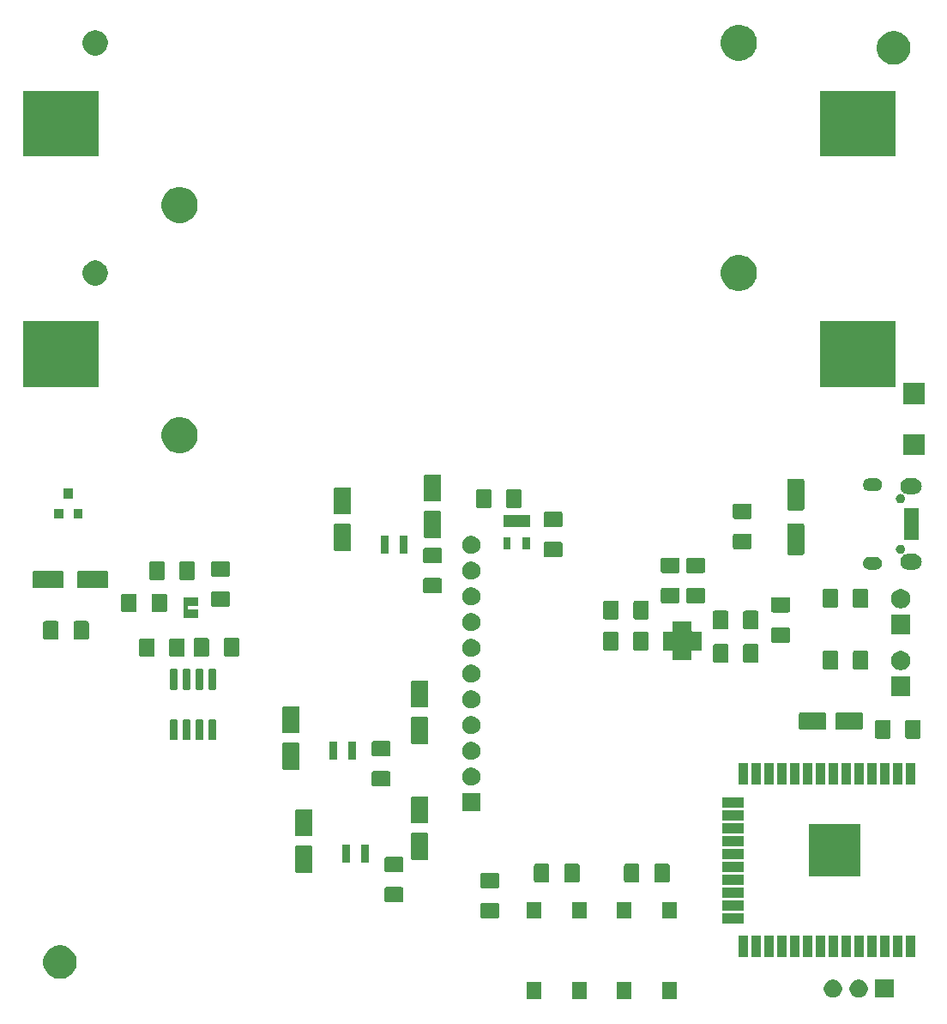
<source format=gbr>
G04 #@! TF.GenerationSoftware,KiCad,Pcbnew,(5.1.5)-3*
G04 #@! TF.CreationDate,2020-03-13T11:52:07+01:00*
G04 #@! TF.ProjectId,MainPCB,4d61696e-5043-4422-9e6b-696361645f70,rev?*
G04 #@! TF.SameCoordinates,Original*
G04 #@! TF.FileFunction,Soldermask,Top*
G04 #@! TF.FilePolarity,Negative*
%FSLAX46Y46*%
G04 Gerber Fmt 4.6, Leading zero omitted, Abs format (unit mm)*
G04 Created by KiCad (PCBNEW (5.1.5)-3) date 2020-03-13 11:52:07*
%MOMM*%
%LPD*%
G04 APERTURE LIST*
%ADD10C,0.100000*%
G04 APERTURE END LIST*
D10*
G36*
X119346500Y-133706000D02*
G01*
X117944500Y-133706000D01*
X117944500Y-132054000D01*
X119346500Y-132054000D01*
X119346500Y-133706000D01*
G37*
G36*
X114846500Y-133706000D02*
G01*
X113444500Y-133706000D01*
X113444500Y-132054000D01*
X114846500Y-132054000D01*
X114846500Y-133706000D01*
G37*
G36*
X110456500Y-133706000D02*
G01*
X109054500Y-133706000D01*
X109054500Y-132054000D01*
X110456500Y-132054000D01*
X110456500Y-133706000D01*
G37*
G36*
X105956500Y-133706000D02*
G01*
X104554500Y-133706000D01*
X104554500Y-132054000D01*
X105956500Y-132054000D01*
X105956500Y-133706000D01*
G37*
G36*
X134873212Y-131780827D02*
G01*
X135022512Y-131810524D01*
X135186484Y-131878444D01*
X135334054Y-131977047D01*
X135459553Y-132102546D01*
X135558156Y-132250116D01*
X135626076Y-132414088D01*
X135660700Y-132588159D01*
X135660700Y-132765641D01*
X135626076Y-132939712D01*
X135558156Y-133103684D01*
X135459553Y-133251254D01*
X135334054Y-133376753D01*
X135186484Y-133475356D01*
X135022512Y-133543276D01*
X134873212Y-133572973D01*
X134848442Y-133577900D01*
X134670958Y-133577900D01*
X134646188Y-133572973D01*
X134496888Y-133543276D01*
X134332916Y-133475356D01*
X134185346Y-133376753D01*
X134059847Y-133251254D01*
X133961244Y-133103684D01*
X133893324Y-132939712D01*
X133858700Y-132765641D01*
X133858700Y-132588159D01*
X133893324Y-132414088D01*
X133961244Y-132250116D01*
X134059847Y-132102546D01*
X134185346Y-131977047D01*
X134332916Y-131878444D01*
X134496888Y-131810524D01*
X134646188Y-131780827D01*
X134670958Y-131775900D01*
X134848442Y-131775900D01*
X134873212Y-131780827D01*
G37*
G36*
X140740700Y-133577900D02*
G01*
X138938700Y-133577900D01*
X138938700Y-131775900D01*
X140740700Y-131775900D01*
X140740700Y-133577900D01*
G37*
G36*
X137413212Y-131780827D02*
G01*
X137562512Y-131810524D01*
X137726484Y-131878444D01*
X137874054Y-131977047D01*
X137999553Y-132102546D01*
X138098156Y-132250116D01*
X138166076Y-132414088D01*
X138200700Y-132588159D01*
X138200700Y-132765641D01*
X138166076Y-132939712D01*
X138098156Y-133103684D01*
X137999553Y-133251254D01*
X137874054Y-133376753D01*
X137726484Y-133475356D01*
X137562512Y-133543276D01*
X137413212Y-133572973D01*
X137388442Y-133577900D01*
X137210958Y-133577900D01*
X137186188Y-133572973D01*
X137036888Y-133543276D01*
X136872916Y-133475356D01*
X136725346Y-133376753D01*
X136599847Y-133251254D01*
X136501244Y-133103684D01*
X136433324Y-132939712D01*
X136398700Y-132765641D01*
X136398700Y-132588159D01*
X136433324Y-132414088D01*
X136501244Y-132250116D01*
X136599847Y-132102546D01*
X136725346Y-131977047D01*
X136872916Y-131878444D01*
X137036888Y-131810524D01*
X137186188Y-131780827D01*
X137210958Y-131775900D01*
X137388442Y-131775900D01*
X137413212Y-131780827D01*
G37*
G36*
X58846056Y-128451998D02*
G01*
X58952379Y-128473147D01*
X59252842Y-128597603D01*
X59523251Y-128778285D01*
X59753215Y-129008249D01*
X59933897Y-129278658D01*
X60058353Y-129579121D01*
X60121800Y-129898091D01*
X60121800Y-130223309D01*
X60058353Y-130542279D01*
X59933897Y-130842742D01*
X59753215Y-131113151D01*
X59523251Y-131343115D01*
X59252842Y-131523797D01*
X58952379Y-131648253D01*
X58846056Y-131669402D01*
X58633411Y-131711700D01*
X58308189Y-131711700D01*
X58095544Y-131669402D01*
X57989221Y-131648253D01*
X57688758Y-131523797D01*
X57418349Y-131343115D01*
X57188385Y-131113151D01*
X57007703Y-130842742D01*
X56883247Y-130542279D01*
X56819800Y-130223309D01*
X56819800Y-129898091D01*
X56883247Y-129579121D01*
X57007703Y-129278658D01*
X57188385Y-129008249D01*
X57418349Y-128778285D01*
X57688758Y-128597603D01*
X57989221Y-128473147D01*
X58095544Y-128451998D01*
X58308189Y-128409700D01*
X58633411Y-128409700D01*
X58846056Y-128451998D01*
G37*
G36*
X128961500Y-129566000D02*
G01*
X127959500Y-129566000D01*
X127959500Y-127464000D01*
X128961500Y-127464000D01*
X128961500Y-129566000D01*
G37*
G36*
X126421500Y-129566000D02*
G01*
X125419500Y-129566000D01*
X125419500Y-127464000D01*
X126421500Y-127464000D01*
X126421500Y-129566000D01*
G37*
G36*
X142931500Y-129566000D02*
G01*
X141929500Y-129566000D01*
X141929500Y-127464000D01*
X142931500Y-127464000D01*
X142931500Y-129566000D01*
G37*
G36*
X141661500Y-129566000D02*
G01*
X140659500Y-129566000D01*
X140659500Y-127464000D01*
X141661500Y-127464000D01*
X141661500Y-129566000D01*
G37*
G36*
X140391500Y-129566000D02*
G01*
X139389500Y-129566000D01*
X139389500Y-127464000D01*
X140391500Y-127464000D01*
X140391500Y-129566000D01*
G37*
G36*
X139121500Y-129566000D02*
G01*
X138119500Y-129566000D01*
X138119500Y-127464000D01*
X139121500Y-127464000D01*
X139121500Y-129566000D01*
G37*
G36*
X137851500Y-129566000D02*
G01*
X136849500Y-129566000D01*
X136849500Y-127464000D01*
X137851500Y-127464000D01*
X137851500Y-129566000D01*
G37*
G36*
X136581500Y-129566000D02*
G01*
X135579500Y-129566000D01*
X135579500Y-127464000D01*
X136581500Y-127464000D01*
X136581500Y-129566000D01*
G37*
G36*
X135311500Y-129566000D02*
G01*
X134309500Y-129566000D01*
X134309500Y-127464000D01*
X135311500Y-127464000D01*
X135311500Y-129566000D01*
G37*
G36*
X134041500Y-129566000D02*
G01*
X133039500Y-129566000D01*
X133039500Y-127464000D01*
X134041500Y-127464000D01*
X134041500Y-129566000D01*
G37*
G36*
X132771500Y-129566000D02*
G01*
X131769500Y-129566000D01*
X131769500Y-127464000D01*
X132771500Y-127464000D01*
X132771500Y-129566000D01*
G37*
G36*
X131501500Y-129566000D02*
G01*
X130499500Y-129566000D01*
X130499500Y-127464000D01*
X131501500Y-127464000D01*
X131501500Y-129566000D01*
G37*
G36*
X130231500Y-129566000D02*
G01*
X129229500Y-129566000D01*
X129229500Y-127464000D01*
X130231500Y-127464000D01*
X130231500Y-129566000D01*
G37*
G36*
X127691500Y-129566000D02*
G01*
X126689500Y-129566000D01*
X126689500Y-127464000D01*
X127691500Y-127464000D01*
X127691500Y-129566000D01*
G37*
G36*
X125971500Y-126231000D02*
G01*
X123869500Y-126231000D01*
X123869500Y-125229000D01*
X125971500Y-125229000D01*
X125971500Y-126231000D01*
G37*
G36*
X119346500Y-125756000D02*
G01*
X117944500Y-125756000D01*
X117944500Y-124104000D01*
X119346500Y-124104000D01*
X119346500Y-125756000D01*
G37*
G36*
X105956500Y-125756000D02*
G01*
X104554500Y-125756000D01*
X104554500Y-124104000D01*
X105956500Y-124104000D01*
X105956500Y-125756000D01*
G37*
G36*
X110456500Y-125756000D02*
G01*
X109054500Y-125756000D01*
X109054500Y-124104000D01*
X110456500Y-124104000D01*
X110456500Y-125756000D01*
G37*
G36*
X114846500Y-125756000D02*
G01*
X113444500Y-125756000D01*
X113444500Y-124104000D01*
X114846500Y-124104000D01*
X114846500Y-125756000D01*
G37*
G36*
X101677062Y-124222981D02*
G01*
X101711981Y-124233574D01*
X101744163Y-124250776D01*
X101772373Y-124273927D01*
X101795524Y-124302137D01*
X101812726Y-124334319D01*
X101823319Y-124369238D01*
X101827500Y-124411695D01*
X101827500Y-125552905D01*
X101823319Y-125595362D01*
X101812726Y-125630281D01*
X101795524Y-125662463D01*
X101772373Y-125690673D01*
X101744163Y-125713824D01*
X101711981Y-125731026D01*
X101677062Y-125741619D01*
X101634605Y-125745800D01*
X100168395Y-125745800D01*
X100125938Y-125741619D01*
X100091019Y-125731026D01*
X100058837Y-125713824D01*
X100030627Y-125690673D01*
X100007476Y-125662463D01*
X99990274Y-125630281D01*
X99979681Y-125595362D01*
X99975500Y-125552905D01*
X99975500Y-124411695D01*
X99979681Y-124369238D01*
X99990274Y-124334319D01*
X100007476Y-124302137D01*
X100030627Y-124273927D01*
X100058837Y-124250776D01*
X100091019Y-124233574D01*
X100125938Y-124222981D01*
X100168395Y-124218800D01*
X101634605Y-124218800D01*
X101677062Y-124222981D01*
G37*
G36*
X125971500Y-124961000D02*
G01*
X123869500Y-124961000D01*
X123869500Y-123959000D01*
X125971500Y-123959000D01*
X125971500Y-124961000D01*
G37*
G36*
X92215562Y-122648181D02*
G01*
X92250481Y-122658774D01*
X92282663Y-122675976D01*
X92310873Y-122699127D01*
X92334024Y-122727337D01*
X92351226Y-122759519D01*
X92361819Y-122794438D01*
X92366000Y-122836895D01*
X92366000Y-123978105D01*
X92361819Y-124020562D01*
X92351226Y-124055481D01*
X92334024Y-124087663D01*
X92310873Y-124115873D01*
X92282663Y-124139024D01*
X92250481Y-124156226D01*
X92215562Y-124166819D01*
X92173105Y-124171000D01*
X90706895Y-124171000D01*
X90664438Y-124166819D01*
X90629519Y-124156226D01*
X90597337Y-124139024D01*
X90569127Y-124115873D01*
X90545976Y-124087663D01*
X90528774Y-124055481D01*
X90518181Y-124020562D01*
X90514000Y-123978105D01*
X90514000Y-122836895D01*
X90518181Y-122794438D01*
X90528774Y-122759519D01*
X90545976Y-122727337D01*
X90569127Y-122699127D01*
X90597337Y-122675976D01*
X90629519Y-122658774D01*
X90664438Y-122648181D01*
X90706895Y-122644000D01*
X92173105Y-122644000D01*
X92215562Y-122648181D01*
G37*
G36*
X125971500Y-123691000D02*
G01*
X123869500Y-123691000D01*
X123869500Y-122689000D01*
X125971500Y-122689000D01*
X125971500Y-123691000D01*
G37*
G36*
X101677062Y-121247981D02*
G01*
X101711981Y-121258574D01*
X101744163Y-121275776D01*
X101772373Y-121298927D01*
X101795524Y-121327137D01*
X101812726Y-121359319D01*
X101823319Y-121394238D01*
X101827500Y-121436695D01*
X101827500Y-122577905D01*
X101823319Y-122620362D01*
X101812726Y-122655281D01*
X101795524Y-122687463D01*
X101772373Y-122715673D01*
X101744163Y-122738824D01*
X101711981Y-122756026D01*
X101677062Y-122766619D01*
X101634605Y-122770800D01*
X100168395Y-122770800D01*
X100125938Y-122766619D01*
X100091019Y-122756026D01*
X100058837Y-122738824D01*
X100030627Y-122715673D01*
X100007476Y-122687463D01*
X99990274Y-122655281D01*
X99979681Y-122620362D01*
X99975500Y-122577905D01*
X99975500Y-121436695D01*
X99979681Y-121394238D01*
X99990274Y-121359319D01*
X100007476Y-121327137D01*
X100030627Y-121298927D01*
X100058837Y-121275776D01*
X100091019Y-121258574D01*
X100125938Y-121247981D01*
X100168395Y-121243800D01*
X101634605Y-121243800D01*
X101677062Y-121247981D01*
G37*
G36*
X125971500Y-122421000D02*
G01*
X123869500Y-122421000D01*
X123869500Y-121419000D01*
X125971500Y-121419000D01*
X125971500Y-122421000D01*
G37*
G36*
X118496062Y-120363181D02*
G01*
X118530981Y-120373774D01*
X118563163Y-120390976D01*
X118591373Y-120414127D01*
X118614524Y-120442337D01*
X118631726Y-120474519D01*
X118642319Y-120509438D01*
X118646500Y-120551895D01*
X118646500Y-122018105D01*
X118642319Y-122060562D01*
X118631726Y-122095481D01*
X118614524Y-122127663D01*
X118591373Y-122155873D01*
X118563163Y-122179024D01*
X118530981Y-122196226D01*
X118496062Y-122206819D01*
X118453605Y-122211000D01*
X117312395Y-122211000D01*
X117269938Y-122206819D01*
X117235019Y-122196226D01*
X117202837Y-122179024D01*
X117174627Y-122155873D01*
X117151476Y-122127663D01*
X117134274Y-122095481D01*
X117123681Y-122060562D01*
X117119500Y-122018105D01*
X117119500Y-120551895D01*
X117123681Y-120509438D01*
X117134274Y-120474519D01*
X117151476Y-120442337D01*
X117174627Y-120414127D01*
X117202837Y-120390976D01*
X117235019Y-120373774D01*
X117269938Y-120363181D01*
X117312395Y-120359000D01*
X118453605Y-120359000D01*
X118496062Y-120363181D01*
G37*
G36*
X115521062Y-120363181D02*
G01*
X115555981Y-120373774D01*
X115588163Y-120390976D01*
X115616373Y-120414127D01*
X115639524Y-120442337D01*
X115656726Y-120474519D01*
X115667319Y-120509438D01*
X115671500Y-120551895D01*
X115671500Y-122018105D01*
X115667319Y-122060562D01*
X115656726Y-122095481D01*
X115639524Y-122127663D01*
X115616373Y-122155873D01*
X115588163Y-122179024D01*
X115555981Y-122196226D01*
X115521062Y-122206819D01*
X115478605Y-122211000D01*
X114337395Y-122211000D01*
X114294938Y-122206819D01*
X114260019Y-122196226D01*
X114227837Y-122179024D01*
X114199627Y-122155873D01*
X114176476Y-122127663D01*
X114159274Y-122095481D01*
X114148681Y-122060562D01*
X114144500Y-122018105D01*
X114144500Y-120551895D01*
X114148681Y-120509438D01*
X114159274Y-120474519D01*
X114176476Y-120442337D01*
X114199627Y-120414127D01*
X114227837Y-120390976D01*
X114260019Y-120373774D01*
X114294938Y-120363181D01*
X114337395Y-120359000D01*
X115478605Y-120359000D01*
X115521062Y-120363181D01*
G37*
G36*
X109606062Y-120363181D02*
G01*
X109640981Y-120373774D01*
X109673163Y-120390976D01*
X109701373Y-120414127D01*
X109724524Y-120442337D01*
X109741726Y-120474519D01*
X109752319Y-120509438D01*
X109756500Y-120551895D01*
X109756500Y-122018105D01*
X109752319Y-122060562D01*
X109741726Y-122095481D01*
X109724524Y-122127663D01*
X109701373Y-122155873D01*
X109673163Y-122179024D01*
X109640981Y-122196226D01*
X109606062Y-122206819D01*
X109563605Y-122211000D01*
X108422395Y-122211000D01*
X108379938Y-122206819D01*
X108345019Y-122196226D01*
X108312837Y-122179024D01*
X108284627Y-122155873D01*
X108261476Y-122127663D01*
X108244274Y-122095481D01*
X108233681Y-122060562D01*
X108229500Y-122018105D01*
X108229500Y-120551895D01*
X108233681Y-120509438D01*
X108244274Y-120474519D01*
X108261476Y-120442337D01*
X108284627Y-120414127D01*
X108312837Y-120390976D01*
X108345019Y-120373774D01*
X108379938Y-120363181D01*
X108422395Y-120359000D01*
X109563605Y-120359000D01*
X109606062Y-120363181D01*
G37*
G36*
X106631062Y-120363181D02*
G01*
X106665981Y-120373774D01*
X106698163Y-120390976D01*
X106726373Y-120414127D01*
X106749524Y-120442337D01*
X106766726Y-120474519D01*
X106777319Y-120509438D01*
X106781500Y-120551895D01*
X106781500Y-122018105D01*
X106777319Y-122060562D01*
X106766726Y-122095481D01*
X106749524Y-122127663D01*
X106726373Y-122155873D01*
X106698163Y-122179024D01*
X106665981Y-122196226D01*
X106631062Y-122206819D01*
X106588605Y-122211000D01*
X105447395Y-122211000D01*
X105404938Y-122206819D01*
X105370019Y-122196226D01*
X105337837Y-122179024D01*
X105309627Y-122155873D01*
X105286476Y-122127663D01*
X105269274Y-122095481D01*
X105258681Y-122060562D01*
X105254500Y-122018105D01*
X105254500Y-120551895D01*
X105258681Y-120509438D01*
X105269274Y-120474519D01*
X105286476Y-120442337D01*
X105309627Y-120414127D01*
X105337837Y-120390976D01*
X105370019Y-120373774D01*
X105404938Y-120363181D01*
X105447395Y-120359000D01*
X106588605Y-120359000D01*
X106631062Y-120363181D01*
G37*
G36*
X137481500Y-121566000D02*
G01*
X132379500Y-121566000D01*
X132379500Y-116464000D01*
X137481500Y-116464000D01*
X137481500Y-121566000D01*
G37*
G36*
X83255997Y-118563051D02*
G01*
X83289652Y-118573261D01*
X83320665Y-118589838D01*
X83347851Y-118612149D01*
X83370162Y-118639335D01*
X83386739Y-118670348D01*
X83396949Y-118704003D01*
X83401000Y-118745138D01*
X83401000Y-121074862D01*
X83396949Y-121115997D01*
X83386739Y-121149652D01*
X83370162Y-121180665D01*
X83347851Y-121207851D01*
X83320665Y-121230162D01*
X83289652Y-121246739D01*
X83255997Y-121256949D01*
X83214862Y-121261000D01*
X81885138Y-121261000D01*
X81844003Y-121256949D01*
X81810348Y-121246739D01*
X81779335Y-121230162D01*
X81752149Y-121207851D01*
X81729838Y-121180665D01*
X81713261Y-121149652D01*
X81703051Y-121115997D01*
X81699000Y-121074862D01*
X81699000Y-118745138D01*
X81703051Y-118704003D01*
X81713261Y-118670348D01*
X81729838Y-118639335D01*
X81752149Y-118612149D01*
X81779335Y-118589838D01*
X81810348Y-118573261D01*
X81844003Y-118563051D01*
X81885138Y-118559000D01*
X83214862Y-118559000D01*
X83255997Y-118563051D01*
G37*
G36*
X92215562Y-119673181D02*
G01*
X92250481Y-119683774D01*
X92282663Y-119700976D01*
X92310873Y-119724127D01*
X92334024Y-119752337D01*
X92351226Y-119784519D01*
X92361819Y-119819438D01*
X92366000Y-119861895D01*
X92366000Y-121003105D01*
X92361819Y-121045562D01*
X92351226Y-121080481D01*
X92334024Y-121112663D01*
X92310873Y-121140873D01*
X92282663Y-121164024D01*
X92250481Y-121181226D01*
X92215562Y-121191819D01*
X92173105Y-121196000D01*
X90706895Y-121196000D01*
X90664438Y-121191819D01*
X90629519Y-121181226D01*
X90597337Y-121164024D01*
X90569127Y-121140873D01*
X90545976Y-121112663D01*
X90528774Y-121080481D01*
X90518181Y-121045562D01*
X90514000Y-121003105D01*
X90514000Y-119861895D01*
X90518181Y-119819438D01*
X90528774Y-119784519D01*
X90545976Y-119752337D01*
X90569127Y-119724127D01*
X90597337Y-119700976D01*
X90629519Y-119683774D01*
X90664438Y-119673181D01*
X90706895Y-119669000D01*
X92173105Y-119669000D01*
X92215562Y-119673181D01*
G37*
G36*
X125971500Y-121151000D02*
G01*
X123869500Y-121151000D01*
X123869500Y-120149000D01*
X125971500Y-120149000D01*
X125971500Y-121151000D01*
G37*
G36*
X87056000Y-120281000D02*
G01*
X86304000Y-120281000D01*
X86304000Y-118479000D01*
X87056000Y-118479000D01*
X87056000Y-120281000D01*
G37*
G36*
X88956000Y-120281000D02*
G01*
X88204000Y-120281000D01*
X88204000Y-118479000D01*
X88956000Y-118479000D01*
X88956000Y-120281000D01*
G37*
G36*
X94685997Y-117293051D02*
G01*
X94719652Y-117303261D01*
X94750665Y-117319838D01*
X94777851Y-117342149D01*
X94800162Y-117369335D01*
X94816739Y-117400348D01*
X94826949Y-117434003D01*
X94831000Y-117475138D01*
X94831000Y-119804862D01*
X94826949Y-119845997D01*
X94816739Y-119879652D01*
X94800162Y-119910665D01*
X94777851Y-119937851D01*
X94750665Y-119960162D01*
X94719652Y-119976739D01*
X94685997Y-119986949D01*
X94644862Y-119991000D01*
X93315138Y-119991000D01*
X93274003Y-119986949D01*
X93240348Y-119976739D01*
X93209335Y-119960162D01*
X93182149Y-119937851D01*
X93159838Y-119910665D01*
X93143261Y-119879652D01*
X93133051Y-119845997D01*
X93129000Y-119804862D01*
X93129000Y-117475138D01*
X93133051Y-117434003D01*
X93143261Y-117400348D01*
X93159838Y-117369335D01*
X93182149Y-117342149D01*
X93209335Y-117319838D01*
X93240348Y-117303261D01*
X93274003Y-117293051D01*
X93315138Y-117289000D01*
X94644862Y-117289000D01*
X94685997Y-117293051D01*
G37*
G36*
X125971500Y-119881000D02*
G01*
X123869500Y-119881000D01*
X123869500Y-118879000D01*
X125971500Y-118879000D01*
X125971500Y-119881000D01*
G37*
G36*
X125971500Y-118611000D02*
G01*
X123869500Y-118611000D01*
X123869500Y-117609000D01*
X125971500Y-117609000D01*
X125971500Y-118611000D01*
G37*
G36*
X83255997Y-114963051D02*
G01*
X83289652Y-114973261D01*
X83320665Y-114989838D01*
X83347851Y-115012149D01*
X83370162Y-115039335D01*
X83386739Y-115070348D01*
X83396949Y-115104003D01*
X83401000Y-115145138D01*
X83401000Y-117474862D01*
X83396949Y-117515997D01*
X83386739Y-117549652D01*
X83370162Y-117580665D01*
X83347851Y-117607851D01*
X83320665Y-117630162D01*
X83289652Y-117646739D01*
X83255997Y-117656949D01*
X83214862Y-117661000D01*
X81885138Y-117661000D01*
X81844003Y-117656949D01*
X81810348Y-117646739D01*
X81779335Y-117630162D01*
X81752149Y-117607851D01*
X81729838Y-117580665D01*
X81713261Y-117549652D01*
X81703051Y-117515997D01*
X81699000Y-117474862D01*
X81699000Y-115145138D01*
X81703051Y-115104003D01*
X81713261Y-115070348D01*
X81729838Y-115039335D01*
X81752149Y-115012149D01*
X81779335Y-114989838D01*
X81810348Y-114973261D01*
X81844003Y-114963051D01*
X81885138Y-114959000D01*
X83214862Y-114959000D01*
X83255997Y-114963051D01*
G37*
G36*
X125971500Y-117341000D02*
G01*
X123869500Y-117341000D01*
X123869500Y-116339000D01*
X125971500Y-116339000D01*
X125971500Y-117341000D01*
G37*
G36*
X94685997Y-113693051D02*
G01*
X94719652Y-113703261D01*
X94750665Y-113719838D01*
X94777851Y-113742149D01*
X94800162Y-113769335D01*
X94816739Y-113800348D01*
X94826949Y-113834003D01*
X94831000Y-113875138D01*
X94831000Y-116204862D01*
X94826949Y-116245997D01*
X94816739Y-116279652D01*
X94800162Y-116310665D01*
X94777851Y-116337851D01*
X94750665Y-116360162D01*
X94719652Y-116376739D01*
X94685997Y-116386949D01*
X94644862Y-116391000D01*
X93315138Y-116391000D01*
X93274003Y-116386949D01*
X93240348Y-116376739D01*
X93209335Y-116360162D01*
X93182149Y-116337851D01*
X93159838Y-116310665D01*
X93143261Y-116279652D01*
X93133051Y-116245997D01*
X93129000Y-116204862D01*
X93129000Y-113875138D01*
X93133051Y-113834003D01*
X93143261Y-113800348D01*
X93159838Y-113769335D01*
X93182149Y-113742149D01*
X93209335Y-113719838D01*
X93240348Y-113703261D01*
X93274003Y-113693051D01*
X93315138Y-113689000D01*
X94644862Y-113689000D01*
X94685997Y-113693051D01*
G37*
G36*
X125971500Y-116071000D02*
G01*
X123869500Y-116071000D01*
X123869500Y-115069000D01*
X125971500Y-115069000D01*
X125971500Y-116071000D01*
G37*
G36*
X99961000Y-115201000D02*
G01*
X98159000Y-115201000D01*
X98159000Y-113399000D01*
X99961000Y-113399000D01*
X99961000Y-115201000D01*
G37*
G36*
X125971500Y-114801000D02*
G01*
X123869500Y-114801000D01*
X123869500Y-113799000D01*
X125971500Y-113799000D01*
X125971500Y-114801000D01*
G37*
G36*
X90945562Y-111218181D02*
G01*
X90980481Y-111228774D01*
X91012663Y-111245976D01*
X91040873Y-111269127D01*
X91064024Y-111297337D01*
X91081226Y-111329519D01*
X91091819Y-111364438D01*
X91096000Y-111406895D01*
X91096000Y-112548105D01*
X91091819Y-112590562D01*
X91081226Y-112625481D01*
X91064024Y-112657663D01*
X91040873Y-112685873D01*
X91012663Y-112709024D01*
X90980481Y-112726226D01*
X90945562Y-112736819D01*
X90903105Y-112741000D01*
X89436895Y-112741000D01*
X89394438Y-112736819D01*
X89359519Y-112726226D01*
X89327337Y-112709024D01*
X89299127Y-112685873D01*
X89275976Y-112657663D01*
X89258774Y-112625481D01*
X89248181Y-112590562D01*
X89244000Y-112548105D01*
X89244000Y-111406895D01*
X89248181Y-111364438D01*
X89258774Y-111329519D01*
X89275976Y-111297337D01*
X89299127Y-111269127D01*
X89327337Y-111245976D01*
X89359519Y-111228774D01*
X89394438Y-111218181D01*
X89436895Y-111214000D01*
X90903105Y-111214000D01*
X90945562Y-111218181D01*
G37*
G36*
X99173512Y-110863927D02*
G01*
X99322812Y-110893624D01*
X99486784Y-110961544D01*
X99634354Y-111060147D01*
X99759853Y-111185646D01*
X99858456Y-111333216D01*
X99926376Y-111497188D01*
X99961000Y-111671259D01*
X99961000Y-111848741D01*
X99926376Y-112022812D01*
X99858456Y-112186784D01*
X99759853Y-112334354D01*
X99634354Y-112459853D01*
X99486784Y-112558456D01*
X99322812Y-112626376D01*
X99173512Y-112656073D01*
X99148742Y-112661000D01*
X98971258Y-112661000D01*
X98946488Y-112656073D01*
X98797188Y-112626376D01*
X98633216Y-112558456D01*
X98485646Y-112459853D01*
X98360147Y-112334354D01*
X98261544Y-112186784D01*
X98193624Y-112022812D01*
X98159000Y-111848741D01*
X98159000Y-111671259D01*
X98193624Y-111497188D01*
X98261544Y-111333216D01*
X98360147Y-111185646D01*
X98485646Y-111060147D01*
X98633216Y-110961544D01*
X98797188Y-110893624D01*
X98946488Y-110863927D01*
X98971258Y-110859000D01*
X99148742Y-110859000D01*
X99173512Y-110863927D01*
G37*
G36*
X136581500Y-112566000D02*
G01*
X135579500Y-112566000D01*
X135579500Y-110464000D01*
X136581500Y-110464000D01*
X136581500Y-112566000D01*
G37*
G36*
X130231500Y-112566000D02*
G01*
X129229500Y-112566000D01*
X129229500Y-110464000D01*
X130231500Y-110464000D01*
X130231500Y-112566000D01*
G37*
G36*
X127691500Y-112566000D02*
G01*
X126689500Y-112566000D01*
X126689500Y-110464000D01*
X127691500Y-110464000D01*
X127691500Y-112566000D01*
G37*
G36*
X126421500Y-112566000D02*
G01*
X125419500Y-112566000D01*
X125419500Y-110464000D01*
X126421500Y-110464000D01*
X126421500Y-112566000D01*
G37*
G36*
X140391500Y-112566000D02*
G01*
X139389500Y-112566000D01*
X139389500Y-110464000D01*
X140391500Y-110464000D01*
X140391500Y-112566000D01*
G37*
G36*
X141661500Y-112566000D02*
G01*
X140659500Y-112566000D01*
X140659500Y-110464000D01*
X141661500Y-110464000D01*
X141661500Y-112566000D01*
G37*
G36*
X142931500Y-112566000D02*
G01*
X141929500Y-112566000D01*
X141929500Y-110464000D01*
X142931500Y-110464000D01*
X142931500Y-112566000D01*
G37*
G36*
X139121500Y-112566000D02*
G01*
X138119500Y-112566000D01*
X138119500Y-110464000D01*
X139121500Y-110464000D01*
X139121500Y-112566000D01*
G37*
G36*
X135311500Y-112566000D02*
G01*
X134309500Y-112566000D01*
X134309500Y-110464000D01*
X135311500Y-110464000D01*
X135311500Y-112566000D01*
G37*
G36*
X134041500Y-112566000D02*
G01*
X133039500Y-112566000D01*
X133039500Y-110464000D01*
X134041500Y-110464000D01*
X134041500Y-112566000D01*
G37*
G36*
X132771500Y-112566000D02*
G01*
X131769500Y-112566000D01*
X131769500Y-110464000D01*
X132771500Y-110464000D01*
X132771500Y-112566000D01*
G37*
G36*
X128961500Y-112566000D02*
G01*
X127959500Y-112566000D01*
X127959500Y-110464000D01*
X128961500Y-110464000D01*
X128961500Y-112566000D01*
G37*
G36*
X131501500Y-112566000D02*
G01*
X130499500Y-112566000D01*
X130499500Y-110464000D01*
X131501500Y-110464000D01*
X131501500Y-112566000D01*
G37*
G36*
X137851500Y-112566000D02*
G01*
X136849500Y-112566000D01*
X136849500Y-110464000D01*
X137851500Y-110464000D01*
X137851500Y-112566000D01*
G37*
G36*
X81985997Y-108403051D02*
G01*
X82019652Y-108413261D01*
X82050665Y-108429838D01*
X82077851Y-108452149D01*
X82100162Y-108479335D01*
X82116739Y-108510348D01*
X82126949Y-108544003D01*
X82131000Y-108585138D01*
X82131000Y-110914862D01*
X82126949Y-110955997D01*
X82116739Y-110989652D01*
X82100162Y-111020665D01*
X82077851Y-111047851D01*
X82050665Y-111070162D01*
X82019652Y-111086739D01*
X81985997Y-111096949D01*
X81944862Y-111101000D01*
X80615138Y-111101000D01*
X80574003Y-111096949D01*
X80540348Y-111086739D01*
X80509335Y-111070162D01*
X80482149Y-111047851D01*
X80459838Y-111020665D01*
X80443261Y-110989652D01*
X80433051Y-110955997D01*
X80429000Y-110914862D01*
X80429000Y-108585138D01*
X80433051Y-108544003D01*
X80443261Y-108510348D01*
X80459838Y-108479335D01*
X80482149Y-108452149D01*
X80509335Y-108429838D01*
X80540348Y-108413261D01*
X80574003Y-108403051D01*
X80615138Y-108399000D01*
X81944862Y-108399000D01*
X81985997Y-108403051D01*
G37*
G36*
X87686000Y-110121000D02*
G01*
X86934000Y-110121000D01*
X86934000Y-108319000D01*
X87686000Y-108319000D01*
X87686000Y-110121000D01*
G37*
G36*
X99165518Y-108322337D02*
G01*
X99322812Y-108353624D01*
X99486784Y-108421544D01*
X99634354Y-108520147D01*
X99759853Y-108645646D01*
X99858456Y-108793216D01*
X99926376Y-108957188D01*
X99961000Y-109131259D01*
X99961000Y-109308741D01*
X99926376Y-109482812D01*
X99858456Y-109646784D01*
X99759853Y-109794354D01*
X99634354Y-109919853D01*
X99486784Y-110018456D01*
X99322812Y-110086376D01*
X99173512Y-110116073D01*
X99148742Y-110121000D01*
X98971258Y-110121000D01*
X98946488Y-110116073D01*
X98797188Y-110086376D01*
X98633216Y-110018456D01*
X98485646Y-109919853D01*
X98360147Y-109794354D01*
X98261544Y-109646784D01*
X98193624Y-109482812D01*
X98159000Y-109308741D01*
X98159000Y-109131259D01*
X98193624Y-108957188D01*
X98261544Y-108793216D01*
X98360147Y-108645646D01*
X98485646Y-108520147D01*
X98633216Y-108421544D01*
X98797188Y-108353624D01*
X98954482Y-108322337D01*
X98971258Y-108319000D01*
X99148742Y-108319000D01*
X99165518Y-108322337D01*
G37*
G36*
X85786000Y-110121000D02*
G01*
X85034000Y-110121000D01*
X85034000Y-108319000D01*
X85786000Y-108319000D01*
X85786000Y-110121000D01*
G37*
G36*
X90945562Y-108243181D02*
G01*
X90980481Y-108253774D01*
X91012663Y-108270976D01*
X91040873Y-108294127D01*
X91064024Y-108322337D01*
X91081226Y-108354519D01*
X91091819Y-108389438D01*
X91096000Y-108431895D01*
X91096000Y-109573105D01*
X91091819Y-109615562D01*
X91081226Y-109650481D01*
X91064024Y-109682663D01*
X91040873Y-109710873D01*
X91012663Y-109734024D01*
X90980481Y-109751226D01*
X90945562Y-109761819D01*
X90903105Y-109766000D01*
X89436895Y-109766000D01*
X89394438Y-109761819D01*
X89359519Y-109751226D01*
X89327337Y-109734024D01*
X89299127Y-109710873D01*
X89275976Y-109682663D01*
X89258774Y-109650481D01*
X89248181Y-109615562D01*
X89244000Y-109573105D01*
X89244000Y-108431895D01*
X89248181Y-108389438D01*
X89258774Y-108354519D01*
X89275976Y-108322337D01*
X89299127Y-108294127D01*
X89327337Y-108270976D01*
X89359519Y-108253774D01*
X89394438Y-108243181D01*
X89436895Y-108239000D01*
X90903105Y-108239000D01*
X90945562Y-108243181D01*
G37*
G36*
X94685997Y-105863051D02*
G01*
X94719652Y-105873261D01*
X94750665Y-105889838D01*
X94777851Y-105912149D01*
X94800162Y-105939335D01*
X94816739Y-105970348D01*
X94826949Y-106004003D01*
X94831000Y-106045138D01*
X94831000Y-108374862D01*
X94826949Y-108415997D01*
X94816739Y-108449652D01*
X94800162Y-108480665D01*
X94777851Y-108507851D01*
X94750665Y-108530162D01*
X94719652Y-108546739D01*
X94685997Y-108556949D01*
X94644862Y-108561000D01*
X93315138Y-108561000D01*
X93274003Y-108556949D01*
X93240348Y-108546739D01*
X93209335Y-108530162D01*
X93182149Y-108507851D01*
X93159838Y-108480665D01*
X93143261Y-108449652D01*
X93133051Y-108415997D01*
X93129000Y-108374862D01*
X93129000Y-106045138D01*
X93133051Y-106004003D01*
X93143261Y-105970348D01*
X93159838Y-105939335D01*
X93182149Y-105912149D01*
X93209335Y-105889838D01*
X93240348Y-105873261D01*
X93274003Y-105863051D01*
X93315138Y-105859000D01*
X94644862Y-105859000D01*
X94685997Y-105863051D01*
G37*
G36*
X69957528Y-106099764D02*
G01*
X69978609Y-106106160D01*
X69998045Y-106116548D01*
X70015076Y-106130524D01*
X70029052Y-106147555D01*
X70039440Y-106166991D01*
X70045836Y-106188072D01*
X70048600Y-106216140D01*
X70048600Y-108029860D01*
X70045836Y-108057928D01*
X70039440Y-108079009D01*
X70029052Y-108098445D01*
X70015076Y-108115476D01*
X69998045Y-108129452D01*
X69978609Y-108139840D01*
X69957528Y-108146236D01*
X69929460Y-108149000D01*
X69465740Y-108149000D01*
X69437672Y-108146236D01*
X69416591Y-108139840D01*
X69397155Y-108129452D01*
X69380124Y-108115476D01*
X69366148Y-108098445D01*
X69355760Y-108079009D01*
X69349364Y-108057928D01*
X69346600Y-108029860D01*
X69346600Y-106216140D01*
X69349364Y-106188072D01*
X69355760Y-106166991D01*
X69366148Y-106147555D01*
X69380124Y-106130524D01*
X69397155Y-106116548D01*
X69416591Y-106106160D01*
X69437672Y-106099764D01*
X69465740Y-106097000D01*
X69929460Y-106097000D01*
X69957528Y-106099764D01*
G37*
G36*
X73767528Y-106099764D02*
G01*
X73788609Y-106106160D01*
X73808045Y-106116548D01*
X73825076Y-106130524D01*
X73839052Y-106147555D01*
X73849440Y-106166991D01*
X73855836Y-106188072D01*
X73858600Y-106216140D01*
X73858600Y-108029860D01*
X73855836Y-108057928D01*
X73849440Y-108079009D01*
X73839052Y-108098445D01*
X73825076Y-108115476D01*
X73808045Y-108129452D01*
X73788609Y-108139840D01*
X73767528Y-108146236D01*
X73739460Y-108149000D01*
X73275740Y-108149000D01*
X73247672Y-108146236D01*
X73226591Y-108139840D01*
X73207155Y-108129452D01*
X73190124Y-108115476D01*
X73176148Y-108098445D01*
X73165760Y-108079009D01*
X73159364Y-108057928D01*
X73156600Y-108029860D01*
X73156600Y-106216140D01*
X73159364Y-106188072D01*
X73165760Y-106166991D01*
X73176148Y-106147555D01*
X73190124Y-106130524D01*
X73207155Y-106116548D01*
X73226591Y-106106160D01*
X73247672Y-106099764D01*
X73275740Y-106097000D01*
X73739460Y-106097000D01*
X73767528Y-106099764D01*
G37*
G36*
X72497528Y-106099764D02*
G01*
X72518609Y-106106160D01*
X72538045Y-106116548D01*
X72555076Y-106130524D01*
X72569052Y-106147555D01*
X72579440Y-106166991D01*
X72585836Y-106188072D01*
X72588600Y-106216140D01*
X72588600Y-108029860D01*
X72585836Y-108057928D01*
X72579440Y-108079009D01*
X72569052Y-108098445D01*
X72555076Y-108115476D01*
X72538045Y-108129452D01*
X72518609Y-108139840D01*
X72497528Y-108146236D01*
X72469460Y-108149000D01*
X72005740Y-108149000D01*
X71977672Y-108146236D01*
X71956591Y-108139840D01*
X71937155Y-108129452D01*
X71920124Y-108115476D01*
X71906148Y-108098445D01*
X71895760Y-108079009D01*
X71889364Y-108057928D01*
X71886600Y-108029860D01*
X71886600Y-106216140D01*
X71889364Y-106188072D01*
X71895760Y-106166991D01*
X71906148Y-106147555D01*
X71920124Y-106130524D01*
X71937155Y-106116548D01*
X71956591Y-106106160D01*
X71977672Y-106099764D01*
X72005740Y-106097000D01*
X72469460Y-106097000D01*
X72497528Y-106099764D01*
G37*
G36*
X71227528Y-106099764D02*
G01*
X71248609Y-106106160D01*
X71268045Y-106116548D01*
X71285076Y-106130524D01*
X71299052Y-106147555D01*
X71309440Y-106166991D01*
X71315836Y-106188072D01*
X71318600Y-106216140D01*
X71318600Y-108029860D01*
X71315836Y-108057928D01*
X71309440Y-108079009D01*
X71299052Y-108098445D01*
X71285076Y-108115476D01*
X71268045Y-108129452D01*
X71248609Y-108139840D01*
X71227528Y-108146236D01*
X71199460Y-108149000D01*
X70735740Y-108149000D01*
X70707672Y-108146236D01*
X70686591Y-108139840D01*
X70667155Y-108129452D01*
X70650124Y-108115476D01*
X70636148Y-108098445D01*
X70625760Y-108079009D01*
X70619364Y-108057928D01*
X70616600Y-108029860D01*
X70616600Y-106216140D01*
X70619364Y-106188072D01*
X70625760Y-106166991D01*
X70636148Y-106147555D01*
X70650124Y-106130524D01*
X70667155Y-106116548D01*
X70686591Y-106106160D01*
X70707672Y-106099764D01*
X70735740Y-106097000D01*
X71199460Y-106097000D01*
X71227528Y-106099764D01*
G37*
G36*
X140311462Y-106164581D02*
G01*
X140346381Y-106175174D01*
X140378563Y-106192376D01*
X140406773Y-106215527D01*
X140429924Y-106243737D01*
X140447126Y-106275919D01*
X140457719Y-106310838D01*
X140461900Y-106353295D01*
X140461900Y-107819505D01*
X140457719Y-107861962D01*
X140447126Y-107896881D01*
X140429924Y-107929063D01*
X140406773Y-107957273D01*
X140378563Y-107980424D01*
X140346381Y-107997626D01*
X140311462Y-108008219D01*
X140269005Y-108012400D01*
X139127795Y-108012400D01*
X139085338Y-108008219D01*
X139050419Y-107997626D01*
X139018237Y-107980424D01*
X138990027Y-107957273D01*
X138966876Y-107929063D01*
X138949674Y-107896881D01*
X138939081Y-107861962D01*
X138934900Y-107819505D01*
X138934900Y-106353295D01*
X138939081Y-106310838D01*
X138949674Y-106275919D01*
X138966876Y-106243737D01*
X138990027Y-106215527D01*
X139018237Y-106192376D01*
X139050419Y-106175174D01*
X139085338Y-106164581D01*
X139127795Y-106160400D01*
X140269005Y-106160400D01*
X140311462Y-106164581D01*
G37*
G36*
X143286462Y-106164581D02*
G01*
X143321381Y-106175174D01*
X143353563Y-106192376D01*
X143381773Y-106215527D01*
X143404924Y-106243737D01*
X143422126Y-106275919D01*
X143432719Y-106310838D01*
X143436900Y-106353295D01*
X143436900Y-107819505D01*
X143432719Y-107861962D01*
X143422126Y-107896881D01*
X143404924Y-107929063D01*
X143381773Y-107957273D01*
X143353563Y-107980424D01*
X143321381Y-107997626D01*
X143286462Y-108008219D01*
X143244005Y-108012400D01*
X142102795Y-108012400D01*
X142060338Y-108008219D01*
X142025419Y-107997626D01*
X141993237Y-107980424D01*
X141965027Y-107957273D01*
X141941876Y-107929063D01*
X141924674Y-107896881D01*
X141914081Y-107861962D01*
X141909900Y-107819505D01*
X141909900Y-106353295D01*
X141914081Y-106310838D01*
X141924674Y-106275919D01*
X141941876Y-106243737D01*
X141965027Y-106215527D01*
X141993237Y-106192376D01*
X142025419Y-106175174D01*
X142060338Y-106164581D01*
X142102795Y-106160400D01*
X143244005Y-106160400D01*
X143286462Y-106164581D01*
G37*
G36*
X99173512Y-105783927D02*
G01*
X99322812Y-105813624D01*
X99486784Y-105881544D01*
X99634354Y-105980147D01*
X99759853Y-106105646D01*
X99858456Y-106253216D01*
X99926376Y-106417188D01*
X99961000Y-106591259D01*
X99961000Y-106768741D01*
X99926376Y-106942812D01*
X99858456Y-107106784D01*
X99759853Y-107254354D01*
X99634354Y-107379853D01*
X99486784Y-107478456D01*
X99322812Y-107546376D01*
X99173512Y-107576073D01*
X99148742Y-107581000D01*
X98971258Y-107581000D01*
X98946488Y-107576073D01*
X98797188Y-107546376D01*
X98633216Y-107478456D01*
X98485646Y-107379853D01*
X98360147Y-107254354D01*
X98261544Y-107106784D01*
X98193624Y-106942812D01*
X98159000Y-106768741D01*
X98159000Y-106591259D01*
X98193624Y-106417188D01*
X98261544Y-106253216D01*
X98360147Y-106105646D01*
X98485646Y-105980147D01*
X98633216Y-105881544D01*
X98797188Y-105813624D01*
X98946488Y-105783927D01*
X98971258Y-105779000D01*
X99148742Y-105779000D01*
X99173512Y-105783927D01*
G37*
G36*
X81985997Y-104803051D02*
G01*
X82019652Y-104813261D01*
X82050665Y-104829838D01*
X82077851Y-104852149D01*
X82100162Y-104879335D01*
X82116739Y-104910348D01*
X82126949Y-104944003D01*
X82131000Y-104985138D01*
X82131000Y-107314862D01*
X82126949Y-107355997D01*
X82116739Y-107389652D01*
X82100162Y-107420665D01*
X82077851Y-107447851D01*
X82050665Y-107470162D01*
X82019652Y-107486739D01*
X81985997Y-107496949D01*
X81944862Y-107501000D01*
X80615138Y-107501000D01*
X80574003Y-107496949D01*
X80540348Y-107486739D01*
X80509335Y-107470162D01*
X80482149Y-107447851D01*
X80459838Y-107420665D01*
X80443261Y-107389652D01*
X80433051Y-107355997D01*
X80429000Y-107314862D01*
X80429000Y-104985138D01*
X80433051Y-104944003D01*
X80443261Y-104910348D01*
X80459838Y-104879335D01*
X80482149Y-104852149D01*
X80509335Y-104829838D01*
X80540348Y-104813261D01*
X80574003Y-104803051D01*
X80615138Y-104799000D01*
X81944862Y-104799000D01*
X81985997Y-104803051D01*
G37*
G36*
X133962497Y-105439351D02*
G01*
X133996152Y-105449561D01*
X134027165Y-105466138D01*
X134054351Y-105488449D01*
X134076662Y-105515635D01*
X134093239Y-105546648D01*
X134103449Y-105580303D01*
X134107500Y-105621438D01*
X134107500Y-106951162D01*
X134103449Y-106992297D01*
X134093239Y-107025952D01*
X134076662Y-107056965D01*
X134054351Y-107084151D01*
X134027165Y-107106462D01*
X133996152Y-107123039D01*
X133962497Y-107133249D01*
X133921362Y-107137300D01*
X131591638Y-107137300D01*
X131550503Y-107133249D01*
X131516848Y-107123039D01*
X131485835Y-107106462D01*
X131458649Y-107084151D01*
X131436338Y-107056965D01*
X131419761Y-107025952D01*
X131409551Y-106992297D01*
X131405500Y-106951162D01*
X131405500Y-105621438D01*
X131409551Y-105580303D01*
X131419761Y-105546648D01*
X131436338Y-105515635D01*
X131458649Y-105488449D01*
X131485835Y-105466138D01*
X131516848Y-105449561D01*
X131550503Y-105439351D01*
X131591638Y-105435300D01*
X133921362Y-105435300D01*
X133962497Y-105439351D01*
G37*
G36*
X137562497Y-105439351D02*
G01*
X137596152Y-105449561D01*
X137627165Y-105466138D01*
X137654351Y-105488449D01*
X137676662Y-105515635D01*
X137693239Y-105546648D01*
X137703449Y-105580303D01*
X137707500Y-105621438D01*
X137707500Y-106951162D01*
X137703449Y-106992297D01*
X137693239Y-107025952D01*
X137676662Y-107056965D01*
X137654351Y-107084151D01*
X137627165Y-107106462D01*
X137596152Y-107123039D01*
X137562497Y-107133249D01*
X137521362Y-107137300D01*
X135191638Y-107137300D01*
X135150503Y-107133249D01*
X135116848Y-107123039D01*
X135085835Y-107106462D01*
X135058649Y-107084151D01*
X135036338Y-107056965D01*
X135019761Y-107025952D01*
X135009551Y-106992297D01*
X135005500Y-106951162D01*
X135005500Y-105621438D01*
X135009551Y-105580303D01*
X135019761Y-105546648D01*
X135036338Y-105515635D01*
X135058649Y-105488449D01*
X135085835Y-105466138D01*
X135116848Y-105449561D01*
X135150503Y-105439351D01*
X135191638Y-105435300D01*
X137521362Y-105435300D01*
X137562497Y-105439351D01*
G37*
G36*
X99173512Y-103243927D02*
G01*
X99322812Y-103273624D01*
X99486784Y-103341544D01*
X99634354Y-103440147D01*
X99759853Y-103565646D01*
X99858456Y-103713216D01*
X99926376Y-103877188D01*
X99961000Y-104051259D01*
X99961000Y-104228741D01*
X99926376Y-104402812D01*
X99858456Y-104566784D01*
X99759853Y-104714354D01*
X99634354Y-104839853D01*
X99486784Y-104938456D01*
X99322812Y-105006376D01*
X99173512Y-105036073D01*
X99148742Y-105041000D01*
X98971258Y-105041000D01*
X98946488Y-105036073D01*
X98797188Y-105006376D01*
X98633216Y-104938456D01*
X98485646Y-104839853D01*
X98360147Y-104714354D01*
X98261544Y-104566784D01*
X98193624Y-104402812D01*
X98159000Y-104228741D01*
X98159000Y-104051259D01*
X98193624Y-103877188D01*
X98261544Y-103713216D01*
X98360147Y-103565646D01*
X98485646Y-103440147D01*
X98633216Y-103341544D01*
X98797188Y-103273624D01*
X98946488Y-103243927D01*
X98971258Y-103239000D01*
X99148742Y-103239000D01*
X99173512Y-103243927D01*
G37*
G36*
X94685997Y-102263051D02*
G01*
X94719652Y-102273261D01*
X94750665Y-102289838D01*
X94777851Y-102312149D01*
X94800162Y-102339335D01*
X94816739Y-102370348D01*
X94826949Y-102404003D01*
X94831000Y-102445138D01*
X94831000Y-104774862D01*
X94826949Y-104815997D01*
X94816739Y-104849652D01*
X94800162Y-104880665D01*
X94777851Y-104907851D01*
X94750665Y-104930162D01*
X94719652Y-104946739D01*
X94685997Y-104956949D01*
X94644862Y-104961000D01*
X93315138Y-104961000D01*
X93274003Y-104956949D01*
X93240348Y-104946739D01*
X93209335Y-104930162D01*
X93182149Y-104907851D01*
X93159838Y-104880665D01*
X93143261Y-104849652D01*
X93133051Y-104815997D01*
X93129000Y-104774862D01*
X93129000Y-102445138D01*
X93133051Y-102404003D01*
X93143261Y-102370348D01*
X93159838Y-102339335D01*
X93182149Y-102312149D01*
X93209335Y-102289838D01*
X93240348Y-102273261D01*
X93274003Y-102263051D01*
X93315138Y-102259000D01*
X94644862Y-102259000D01*
X94685997Y-102263051D01*
G37*
G36*
X142390900Y-103808300D02*
G01*
X140488900Y-103808300D01*
X140488900Y-101906300D01*
X142390900Y-101906300D01*
X142390900Y-103808300D01*
G37*
G36*
X69957528Y-101149764D02*
G01*
X69978609Y-101156160D01*
X69998045Y-101166548D01*
X70015076Y-101180524D01*
X70029052Y-101197555D01*
X70039440Y-101216991D01*
X70045836Y-101238072D01*
X70048600Y-101266140D01*
X70048600Y-103079860D01*
X70045836Y-103107928D01*
X70039440Y-103129009D01*
X70029052Y-103148445D01*
X70015076Y-103165476D01*
X69998045Y-103179452D01*
X69978609Y-103189840D01*
X69957528Y-103196236D01*
X69929460Y-103199000D01*
X69465740Y-103199000D01*
X69437672Y-103196236D01*
X69416591Y-103189840D01*
X69397155Y-103179452D01*
X69380124Y-103165476D01*
X69366148Y-103148445D01*
X69355760Y-103129009D01*
X69349364Y-103107928D01*
X69346600Y-103079860D01*
X69346600Y-101266140D01*
X69349364Y-101238072D01*
X69355760Y-101216991D01*
X69366148Y-101197555D01*
X69380124Y-101180524D01*
X69397155Y-101166548D01*
X69416591Y-101156160D01*
X69437672Y-101149764D01*
X69465740Y-101147000D01*
X69929460Y-101147000D01*
X69957528Y-101149764D01*
G37*
G36*
X71227528Y-101149764D02*
G01*
X71248609Y-101156160D01*
X71268045Y-101166548D01*
X71285076Y-101180524D01*
X71299052Y-101197555D01*
X71309440Y-101216991D01*
X71315836Y-101238072D01*
X71318600Y-101266140D01*
X71318600Y-103079860D01*
X71315836Y-103107928D01*
X71309440Y-103129009D01*
X71299052Y-103148445D01*
X71285076Y-103165476D01*
X71268045Y-103179452D01*
X71248609Y-103189840D01*
X71227528Y-103196236D01*
X71199460Y-103199000D01*
X70735740Y-103199000D01*
X70707672Y-103196236D01*
X70686591Y-103189840D01*
X70667155Y-103179452D01*
X70650124Y-103165476D01*
X70636148Y-103148445D01*
X70625760Y-103129009D01*
X70619364Y-103107928D01*
X70616600Y-103079860D01*
X70616600Y-101266140D01*
X70619364Y-101238072D01*
X70625760Y-101216991D01*
X70636148Y-101197555D01*
X70650124Y-101180524D01*
X70667155Y-101166548D01*
X70686591Y-101156160D01*
X70707672Y-101149764D01*
X70735740Y-101147000D01*
X71199460Y-101147000D01*
X71227528Y-101149764D01*
G37*
G36*
X72497528Y-101149764D02*
G01*
X72518609Y-101156160D01*
X72538045Y-101166548D01*
X72555076Y-101180524D01*
X72569052Y-101197555D01*
X72579440Y-101216991D01*
X72585836Y-101238072D01*
X72588600Y-101266140D01*
X72588600Y-103079860D01*
X72585836Y-103107928D01*
X72579440Y-103129009D01*
X72569052Y-103148445D01*
X72555076Y-103165476D01*
X72538045Y-103179452D01*
X72518609Y-103189840D01*
X72497528Y-103196236D01*
X72469460Y-103199000D01*
X72005740Y-103199000D01*
X71977672Y-103196236D01*
X71956591Y-103189840D01*
X71937155Y-103179452D01*
X71920124Y-103165476D01*
X71906148Y-103148445D01*
X71895760Y-103129009D01*
X71889364Y-103107928D01*
X71886600Y-103079860D01*
X71886600Y-101266140D01*
X71889364Y-101238072D01*
X71895760Y-101216991D01*
X71906148Y-101197555D01*
X71920124Y-101180524D01*
X71937155Y-101166548D01*
X71956591Y-101156160D01*
X71977672Y-101149764D01*
X72005740Y-101147000D01*
X72469460Y-101147000D01*
X72497528Y-101149764D01*
G37*
G36*
X73767528Y-101149764D02*
G01*
X73788609Y-101156160D01*
X73808045Y-101166548D01*
X73825076Y-101180524D01*
X73839052Y-101197555D01*
X73849440Y-101216991D01*
X73855836Y-101238072D01*
X73858600Y-101266140D01*
X73858600Y-103079860D01*
X73855836Y-103107928D01*
X73849440Y-103129009D01*
X73839052Y-103148445D01*
X73825076Y-103165476D01*
X73808045Y-103179452D01*
X73788609Y-103189840D01*
X73767528Y-103196236D01*
X73739460Y-103199000D01*
X73275740Y-103199000D01*
X73247672Y-103196236D01*
X73226591Y-103189840D01*
X73207155Y-103179452D01*
X73190124Y-103165476D01*
X73176148Y-103148445D01*
X73165760Y-103129009D01*
X73159364Y-103107928D01*
X73156600Y-103079860D01*
X73156600Y-101266140D01*
X73159364Y-101238072D01*
X73165760Y-101216991D01*
X73176148Y-101197555D01*
X73190124Y-101180524D01*
X73207155Y-101166548D01*
X73226591Y-101156160D01*
X73247672Y-101149764D01*
X73275740Y-101147000D01*
X73739460Y-101147000D01*
X73767528Y-101149764D01*
G37*
G36*
X99173512Y-100703927D02*
G01*
X99322812Y-100733624D01*
X99486784Y-100801544D01*
X99634354Y-100900147D01*
X99759853Y-101025646D01*
X99858456Y-101173216D01*
X99926376Y-101337188D01*
X99961000Y-101511259D01*
X99961000Y-101688741D01*
X99926376Y-101862812D01*
X99858456Y-102026784D01*
X99759853Y-102174354D01*
X99634354Y-102299853D01*
X99486784Y-102398456D01*
X99322812Y-102466376D01*
X99173512Y-102496073D01*
X99148742Y-102501000D01*
X98971258Y-102501000D01*
X98946488Y-102496073D01*
X98797188Y-102466376D01*
X98633216Y-102398456D01*
X98485646Y-102299853D01*
X98360147Y-102174354D01*
X98261544Y-102026784D01*
X98193624Y-101862812D01*
X98159000Y-101688741D01*
X98159000Y-101511259D01*
X98193624Y-101337188D01*
X98261544Y-101173216D01*
X98360147Y-101025646D01*
X98485646Y-100900147D01*
X98633216Y-100801544D01*
X98797188Y-100733624D01*
X98946488Y-100703927D01*
X98971258Y-100699000D01*
X99148742Y-100699000D01*
X99173512Y-100703927D01*
G37*
G36*
X141717295Y-99402846D02*
G01*
X141890366Y-99474534D01*
X141967718Y-99526219D01*
X142046127Y-99578610D01*
X142178590Y-99711073D01*
X142216430Y-99767705D01*
X142282666Y-99866834D01*
X142354354Y-100039905D01*
X142390900Y-100223633D01*
X142390900Y-100410967D01*
X142354354Y-100594695D01*
X142282666Y-100767766D01*
X142282665Y-100767767D01*
X142178590Y-100923527D01*
X142046127Y-101055990D01*
X141967718Y-101108381D01*
X141890366Y-101160066D01*
X141717295Y-101231754D01*
X141533567Y-101268300D01*
X141346233Y-101268300D01*
X141162505Y-101231754D01*
X140989434Y-101160066D01*
X140912082Y-101108381D01*
X140833673Y-101055990D01*
X140701210Y-100923527D01*
X140597135Y-100767767D01*
X140597134Y-100767766D01*
X140525446Y-100594695D01*
X140488900Y-100410967D01*
X140488900Y-100223633D01*
X140525446Y-100039905D01*
X140597134Y-99866834D01*
X140663370Y-99767705D01*
X140701210Y-99711073D01*
X140833673Y-99578610D01*
X140912082Y-99526219D01*
X140989434Y-99474534D01*
X141162505Y-99402846D01*
X141346233Y-99366300D01*
X141533567Y-99366300D01*
X141717295Y-99402846D01*
G37*
G36*
X138117562Y-99344681D02*
G01*
X138152481Y-99355274D01*
X138184663Y-99372476D01*
X138212873Y-99395627D01*
X138236024Y-99423837D01*
X138253226Y-99456019D01*
X138263819Y-99490938D01*
X138268000Y-99533395D01*
X138268000Y-100999605D01*
X138263819Y-101042062D01*
X138253226Y-101076981D01*
X138236024Y-101109163D01*
X138212873Y-101137373D01*
X138184663Y-101160524D01*
X138152481Y-101177726D01*
X138117562Y-101188319D01*
X138075105Y-101192500D01*
X136933895Y-101192500D01*
X136891438Y-101188319D01*
X136856519Y-101177726D01*
X136824337Y-101160524D01*
X136796127Y-101137373D01*
X136772976Y-101109163D01*
X136755774Y-101076981D01*
X136745181Y-101042062D01*
X136741000Y-100999605D01*
X136741000Y-99533395D01*
X136745181Y-99490938D01*
X136755774Y-99456019D01*
X136772976Y-99423837D01*
X136796127Y-99395627D01*
X136824337Y-99372476D01*
X136856519Y-99355274D01*
X136891438Y-99344681D01*
X136933895Y-99340500D01*
X138075105Y-99340500D01*
X138117562Y-99344681D01*
G37*
G36*
X135142562Y-99344681D02*
G01*
X135177481Y-99355274D01*
X135209663Y-99372476D01*
X135237873Y-99395627D01*
X135261024Y-99423837D01*
X135278226Y-99456019D01*
X135288819Y-99490938D01*
X135293000Y-99533395D01*
X135293000Y-100999605D01*
X135288819Y-101042062D01*
X135278226Y-101076981D01*
X135261024Y-101109163D01*
X135237873Y-101137373D01*
X135209663Y-101160524D01*
X135177481Y-101177726D01*
X135142562Y-101188319D01*
X135100105Y-101192500D01*
X133958895Y-101192500D01*
X133916438Y-101188319D01*
X133881519Y-101177726D01*
X133849337Y-101160524D01*
X133821127Y-101137373D01*
X133797976Y-101109163D01*
X133780774Y-101076981D01*
X133770181Y-101042062D01*
X133766000Y-100999605D01*
X133766000Y-99533395D01*
X133770181Y-99490938D01*
X133780774Y-99456019D01*
X133797976Y-99423837D01*
X133821127Y-99395627D01*
X133849337Y-99372476D01*
X133881519Y-99355274D01*
X133916438Y-99344681D01*
X133958895Y-99340500D01*
X135100105Y-99340500D01*
X135142562Y-99344681D01*
G37*
G36*
X127284462Y-98684281D02*
G01*
X127319381Y-98694874D01*
X127351563Y-98712076D01*
X127379773Y-98735227D01*
X127402924Y-98763437D01*
X127420126Y-98795619D01*
X127430719Y-98830538D01*
X127434900Y-98872995D01*
X127434900Y-100339205D01*
X127430719Y-100381662D01*
X127420126Y-100416581D01*
X127402924Y-100448763D01*
X127379773Y-100476973D01*
X127351563Y-100500124D01*
X127319381Y-100517326D01*
X127284462Y-100527919D01*
X127242005Y-100532100D01*
X126100795Y-100532100D01*
X126058338Y-100527919D01*
X126023419Y-100517326D01*
X125991237Y-100500124D01*
X125963027Y-100476973D01*
X125939876Y-100448763D01*
X125922674Y-100416581D01*
X125912081Y-100381662D01*
X125907900Y-100339205D01*
X125907900Y-98872995D01*
X125912081Y-98830538D01*
X125922674Y-98795619D01*
X125939876Y-98763437D01*
X125963027Y-98735227D01*
X125991237Y-98712076D01*
X126023419Y-98694874D01*
X126058338Y-98684281D01*
X126100795Y-98680100D01*
X127242005Y-98680100D01*
X127284462Y-98684281D01*
G37*
G36*
X124309462Y-98684281D02*
G01*
X124344381Y-98694874D01*
X124376563Y-98712076D01*
X124404773Y-98735227D01*
X124427924Y-98763437D01*
X124445126Y-98795619D01*
X124455719Y-98830538D01*
X124459900Y-98872995D01*
X124459900Y-100339205D01*
X124455719Y-100381662D01*
X124445126Y-100416581D01*
X124427924Y-100448763D01*
X124404773Y-100476973D01*
X124376563Y-100500124D01*
X124344381Y-100517326D01*
X124309462Y-100527919D01*
X124267005Y-100532100D01*
X123125795Y-100532100D01*
X123083338Y-100527919D01*
X123048419Y-100517326D01*
X123016237Y-100500124D01*
X122988027Y-100476973D01*
X122964876Y-100448763D01*
X122947674Y-100416581D01*
X122937081Y-100381662D01*
X122932900Y-100339205D01*
X122932900Y-98872995D01*
X122937081Y-98830538D01*
X122947674Y-98795619D01*
X122964876Y-98763437D01*
X122988027Y-98735227D01*
X123016237Y-98712076D01*
X123048419Y-98694874D01*
X123083338Y-98684281D01*
X123125795Y-98680100D01*
X124267005Y-98680100D01*
X124309462Y-98684281D01*
G37*
G36*
X119293355Y-96449283D02*
G01*
X119298029Y-96450701D01*
X119302330Y-96453000D01*
X119308702Y-96458229D01*
X119329076Y-96471843D01*
X119351715Y-96481220D01*
X119375749Y-96486000D01*
X119400253Y-96486000D01*
X119424286Y-96481219D01*
X119446925Y-96471842D01*
X119467298Y-96458229D01*
X119473670Y-96453000D01*
X119477971Y-96450701D01*
X119482645Y-96449283D01*
X119493641Y-96448200D01*
X119782359Y-96448200D01*
X119793355Y-96449283D01*
X119798029Y-96450701D01*
X119802330Y-96453000D01*
X119808702Y-96458229D01*
X119829076Y-96471843D01*
X119851715Y-96481220D01*
X119875749Y-96486000D01*
X119900253Y-96486000D01*
X119924286Y-96481219D01*
X119946925Y-96471842D01*
X119967298Y-96458229D01*
X119973670Y-96453000D01*
X119977971Y-96450701D01*
X119982645Y-96449283D01*
X119993641Y-96448200D01*
X120282359Y-96448200D01*
X120293355Y-96449283D01*
X120298029Y-96450701D01*
X120302330Y-96453000D01*
X120308702Y-96458229D01*
X120329076Y-96471843D01*
X120351715Y-96481220D01*
X120375749Y-96486000D01*
X120400253Y-96486000D01*
X120424286Y-96481219D01*
X120446925Y-96471842D01*
X120467298Y-96458229D01*
X120473670Y-96453000D01*
X120477971Y-96450701D01*
X120482645Y-96449283D01*
X120493641Y-96448200D01*
X120782359Y-96448200D01*
X120793355Y-96449283D01*
X120798029Y-96450701D01*
X120802331Y-96453000D01*
X120806104Y-96456096D01*
X120809200Y-96459869D01*
X120811499Y-96464171D01*
X120812917Y-96468845D01*
X120814000Y-96479841D01*
X120814000Y-97323201D01*
X120816402Y-97347587D01*
X120823515Y-97371036D01*
X120835066Y-97392647D01*
X120850611Y-97411589D01*
X120869553Y-97427134D01*
X120891164Y-97438685D01*
X120914613Y-97445798D01*
X120938999Y-97448200D01*
X121782359Y-97448200D01*
X121793355Y-97449283D01*
X121798029Y-97450701D01*
X121802331Y-97453000D01*
X121806104Y-97456096D01*
X121809200Y-97459869D01*
X121811499Y-97464171D01*
X121812917Y-97468845D01*
X121814000Y-97479841D01*
X121814000Y-97768559D01*
X121812917Y-97779555D01*
X121811499Y-97784229D01*
X121809200Y-97788530D01*
X121803971Y-97794902D01*
X121790357Y-97815276D01*
X121780980Y-97837915D01*
X121776200Y-97861949D01*
X121776200Y-97886453D01*
X121780981Y-97910486D01*
X121790358Y-97933125D01*
X121803971Y-97953498D01*
X121809200Y-97959870D01*
X121811499Y-97964171D01*
X121812917Y-97968845D01*
X121814000Y-97979841D01*
X121814000Y-98268559D01*
X121812917Y-98279555D01*
X121811499Y-98284229D01*
X121809200Y-98288530D01*
X121803971Y-98294902D01*
X121790357Y-98315276D01*
X121780980Y-98337915D01*
X121776200Y-98361949D01*
X121776200Y-98386453D01*
X121780981Y-98410486D01*
X121790358Y-98433125D01*
X121803971Y-98453498D01*
X121809200Y-98459870D01*
X121811499Y-98464171D01*
X121812917Y-98468845D01*
X121814000Y-98479841D01*
X121814000Y-98768559D01*
X121812917Y-98779555D01*
X121811499Y-98784229D01*
X121809200Y-98788530D01*
X121803971Y-98794902D01*
X121790357Y-98815276D01*
X121780980Y-98837915D01*
X121776200Y-98861949D01*
X121776200Y-98886453D01*
X121780981Y-98910486D01*
X121790358Y-98933125D01*
X121803971Y-98953498D01*
X121809200Y-98959870D01*
X121811499Y-98964171D01*
X121812917Y-98968845D01*
X121814000Y-98979841D01*
X121814000Y-99268559D01*
X121812917Y-99279555D01*
X121811499Y-99284229D01*
X121809200Y-99288531D01*
X121806104Y-99292304D01*
X121802331Y-99295400D01*
X121798029Y-99297699D01*
X121793355Y-99299117D01*
X121782359Y-99300200D01*
X120938999Y-99300200D01*
X120914613Y-99302602D01*
X120891164Y-99309715D01*
X120869553Y-99321266D01*
X120850611Y-99336811D01*
X120835066Y-99355753D01*
X120823515Y-99377364D01*
X120816402Y-99400813D01*
X120814000Y-99425199D01*
X120814000Y-100268559D01*
X120812917Y-100279555D01*
X120811499Y-100284229D01*
X120809200Y-100288531D01*
X120806104Y-100292304D01*
X120802331Y-100295400D01*
X120798029Y-100297699D01*
X120793355Y-100299117D01*
X120782359Y-100300200D01*
X120493641Y-100300200D01*
X120482645Y-100299117D01*
X120477971Y-100297699D01*
X120473670Y-100295400D01*
X120467298Y-100290171D01*
X120446924Y-100276557D01*
X120424285Y-100267180D01*
X120400251Y-100262400D01*
X120375747Y-100262400D01*
X120351714Y-100267181D01*
X120329075Y-100276558D01*
X120308702Y-100290171D01*
X120302330Y-100295400D01*
X120298029Y-100297699D01*
X120293355Y-100299117D01*
X120282359Y-100300200D01*
X119993641Y-100300200D01*
X119982645Y-100299117D01*
X119977971Y-100297699D01*
X119973670Y-100295400D01*
X119967298Y-100290171D01*
X119946924Y-100276557D01*
X119924285Y-100267180D01*
X119900251Y-100262400D01*
X119875747Y-100262400D01*
X119851714Y-100267181D01*
X119829075Y-100276558D01*
X119808702Y-100290171D01*
X119802330Y-100295400D01*
X119798029Y-100297699D01*
X119793355Y-100299117D01*
X119782359Y-100300200D01*
X119493641Y-100300200D01*
X119482645Y-100299117D01*
X119477971Y-100297699D01*
X119473670Y-100295400D01*
X119467298Y-100290171D01*
X119446924Y-100276557D01*
X119424285Y-100267180D01*
X119400251Y-100262400D01*
X119375747Y-100262400D01*
X119351714Y-100267181D01*
X119329075Y-100276558D01*
X119308702Y-100290171D01*
X119302330Y-100295400D01*
X119298029Y-100297699D01*
X119293355Y-100299117D01*
X119282359Y-100300200D01*
X118993641Y-100300200D01*
X118982645Y-100299117D01*
X118977971Y-100297699D01*
X118973669Y-100295400D01*
X118969896Y-100292304D01*
X118966800Y-100288531D01*
X118964501Y-100284229D01*
X118963083Y-100279555D01*
X118962000Y-100268559D01*
X118962000Y-99425199D01*
X118959598Y-99400813D01*
X118952485Y-99377364D01*
X118940934Y-99355753D01*
X118925389Y-99336811D01*
X118906447Y-99321266D01*
X118884836Y-99309715D01*
X118861387Y-99302602D01*
X118837001Y-99300200D01*
X117993641Y-99300200D01*
X117982645Y-99299117D01*
X117977971Y-99297699D01*
X117973669Y-99295400D01*
X117969896Y-99292304D01*
X117966800Y-99288531D01*
X117964501Y-99284229D01*
X117963083Y-99279555D01*
X117962000Y-99268559D01*
X117962000Y-98979841D01*
X117963083Y-98968845D01*
X117964501Y-98964171D01*
X117966800Y-98959870D01*
X117972029Y-98953498D01*
X117985643Y-98933124D01*
X117995020Y-98910485D01*
X117999800Y-98886451D01*
X117999800Y-98861947D01*
X117995019Y-98837914D01*
X117985642Y-98815275D01*
X117972029Y-98794902D01*
X117966800Y-98788530D01*
X117964501Y-98784229D01*
X117963083Y-98779555D01*
X117962000Y-98768559D01*
X117962000Y-98479841D01*
X117963083Y-98468845D01*
X117964501Y-98464171D01*
X117966800Y-98459870D01*
X117972029Y-98453498D01*
X117985643Y-98433124D01*
X117995020Y-98410485D01*
X117999800Y-98386451D01*
X117999800Y-98361947D01*
X117995019Y-98337914D01*
X117985642Y-98315275D01*
X117972029Y-98294902D01*
X117966800Y-98288530D01*
X117964501Y-98284229D01*
X117963083Y-98279555D01*
X117962000Y-98268559D01*
X117962000Y-97979841D01*
X117963083Y-97968845D01*
X117964501Y-97964171D01*
X117966800Y-97959870D01*
X117972029Y-97953498D01*
X117985643Y-97933124D01*
X117995020Y-97910485D01*
X117999800Y-97886451D01*
X117999800Y-97861947D01*
X117995019Y-97837914D01*
X117985642Y-97815275D01*
X117972029Y-97794902D01*
X117966800Y-97788530D01*
X117964501Y-97784229D01*
X117963083Y-97779555D01*
X117962000Y-97768559D01*
X117962000Y-97479841D01*
X117963083Y-97468845D01*
X117964501Y-97464171D01*
X117966800Y-97459869D01*
X117969896Y-97456096D01*
X117973669Y-97453000D01*
X117977971Y-97450701D01*
X117982645Y-97449283D01*
X117993641Y-97448200D01*
X118837001Y-97448200D01*
X118861387Y-97445798D01*
X118884836Y-97438685D01*
X118906447Y-97427134D01*
X118925389Y-97411589D01*
X118940934Y-97392647D01*
X118952485Y-97371036D01*
X118959598Y-97347587D01*
X118962000Y-97323201D01*
X118962000Y-96479841D01*
X118963083Y-96468845D01*
X118964501Y-96464171D01*
X118966800Y-96459869D01*
X118969896Y-96456096D01*
X118973669Y-96453000D01*
X118977971Y-96450701D01*
X118982645Y-96449283D01*
X118993641Y-96448200D01*
X119282359Y-96448200D01*
X119293355Y-96449283D01*
G37*
G36*
X99172506Y-98163727D02*
G01*
X99322812Y-98193624D01*
X99486784Y-98261544D01*
X99634354Y-98360147D01*
X99759853Y-98485646D01*
X99858456Y-98633216D01*
X99926376Y-98797188D01*
X99948912Y-98910486D01*
X99959364Y-98963031D01*
X99961000Y-98971259D01*
X99961000Y-99148741D01*
X99926376Y-99322812D01*
X99858456Y-99486784D01*
X99759853Y-99634354D01*
X99634354Y-99759853D01*
X99486784Y-99858456D01*
X99322812Y-99926376D01*
X99176633Y-99955452D01*
X99148742Y-99961000D01*
X98971258Y-99961000D01*
X98943367Y-99955452D01*
X98797188Y-99926376D01*
X98633216Y-99858456D01*
X98485646Y-99759853D01*
X98360147Y-99634354D01*
X98261544Y-99486784D01*
X98193624Y-99322812D01*
X98159000Y-99148741D01*
X98159000Y-98971259D01*
X98160637Y-98963031D01*
X98171088Y-98910486D01*
X98193624Y-98797188D01*
X98261544Y-98633216D01*
X98360147Y-98485646D01*
X98485646Y-98360147D01*
X98633216Y-98261544D01*
X98797188Y-98193624D01*
X98947494Y-98163727D01*
X98971258Y-98159000D01*
X99148742Y-98159000D01*
X99172506Y-98163727D01*
G37*
G36*
X67667462Y-98112781D02*
G01*
X67702381Y-98123374D01*
X67734563Y-98140576D01*
X67762773Y-98163727D01*
X67785924Y-98191937D01*
X67803126Y-98224119D01*
X67813719Y-98259038D01*
X67817900Y-98301495D01*
X67817900Y-99767705D01*
X67813719Y-99810162D01*
X67803126Y-99845081D01*
X67785924Y-99877263D01*
X67762773Y-99905473D01*
X67734563Y-99928624D01*
X67702381Y-99945826D01*
X67667462Y-99956419D01*
X67625005Y-99960600D01*
X66483795Y-99960600D01*
X66441338Y-99956419D01*
X66406419Y-99945826D01*
X66374237Y-99928624D01*
X66346027Y-99905473D01*
X66322876Y-99877263D01*
X66305674Y-99845081D01*
X66295081Y-99810162D01*
X66290900Y-99767705D01*
X66290900Y-98301495D01*
X66295081Y-98259038D01*
X66305674Y-98224119D01*
X66322876Y-98191937D01*
X66346027Y-98163727D01*
X66374237Y-98140576D01*
X66406419Y-98123374D01*
X66441338Y-98112781D01*
X66483795Y-98108600D01*
X67625005Y-98108600D01*
X67667462Y-98112781D01*
G37*
G36*
X70642462Y-98112781D02*
G01*
X70677381Y-98123374D01*
X70709563Y-98140576D01*
X70737773Y-98163727D01*
X70760924Y-98191937D01*
X70778126Y-98224119D01*
X70788719Y-98259038D01*
X70792900Y-98301495D01*
X70792900Y-99767705D01*
X70788719Y-99810162D01*
X70778126Y-99845081D01*
X70760924Y-99877263D01*
X70737773Y-99905473D01*
X70709563Y-99928624D01*
X70677381Y-99945826D01*
X70642462Y-99956419D01*
X70600005Y-99960600D01*
X69458795Y-99960600D01*
X69416338Y-99956419D01*
X69381419Y-99945826D01*
X69349237Y-99928624D01*
X69321027Y-99905473D01*
X69297876Y-99877263D01*
X69280674Y-99845081D01*
X69270081Y-99810162D01*
X69265900Y-99767705D01*
X69265900Y-98301495D01*
X69270081Y-98259038D01*
X69280674Y-98224119D01*
X69297876Y-98191937D01*
X69321027Y-98163727D01*
X69349237Y-98140576D01*
X69381419Y-98123374D01*
X69416338Y-98112781D01*
X69458795Y-98108600D01*
X70600005Y-98108600D01*
X70642462Y-98112781D01*
G37*
G36*
X76014562Y-98087381D02*
G01*
X76049481Y-98097974D01*
X76081663Y-98115176D01*
X76109873Y-98138327D01*
X76133024Y-98166537D01*
X76150226Y-98198719D01*
X76160819Y-98233638D01*
X76165000Y-98276095D01*
X76165000Y-99742305D01*
X76160819Y-99784762D01*
X76150226Y-99819681D01*
X76133024Y-99851863D01*
X76109873Y-99880073D01*
X76081663Y-99903224D01*
X76049481Y-99920426D01*
X76014562Y-99931019D01*
X75972105Y-99935200D01*
X74830895Y-99935200D01*
X74788438Y-99931019D01*
X74753519Y-99920426D01*
X74721337Y-99903224D01*
X74693127Y-99880073D01*
X74669976Y-99851863D01*
X74652774Y-99819681D01*
X74642181Y-99784762D01*
X74638000Y-99742305D01*
X74638000Y-98276095D01*
X74642181Y-98233638D01*
X74652774Y-98198719D01*
X74669976Y-98166537D01*
X74693127Y-98138327D01*
X74721337Y-98115176D01*
X74753519Y-98097974D01*
X74788438Y-98087381D01*
X74830895Y-98083200D01*
X75972105Y-98083200D01*
X76014562Y-98087381D01*
G37*
G36*
X73039562Y-98087381D02*
G01*
X73074481Y-98097974D01*
X73106663Y-98115176D01*
X73134873Y-98138327D01*
X73158024Y-98166537D01*
X73175226Y-98198719D01*
X73185819Y-98233638D01*
X73190000Y-98276095D01*
X73190000Y-99742305D01*
X73185819Y-99784762D01*
X73175226Y-99819681D01*
X73158024Y-99851863D01*
X73134873Y-99880073D01*
X73106663Y-99903224D01*
X73074481Y-99920426D01*
X73039562Y-99931019D01*
X72997105Y-99935200D01*
X71855895Y-99935200D01*
X71813438Y-99931019D01*
X71778519Y-99920426D01*
X71746337Y-99903224D01*
X71718127Y-99880073D01*
X71694976Y-99851863D01*
X71677774Y-99819681D01*
X71667181Y-99784762D01*
X71663000Y-99742305D01*
X71663000Y-98276095D01*
X71667181Y-98233638D01*
X71677774Y-98198719D01*
X71694976Y-98166537D01*
X71718127Y-98138327D01*
X71746337Y-98115176D01*
X71778519Y-98097974D01*
X71813438Y-98087381D01*
X71855895Y-98083200D01*
X72997105Y-98083200D01*
X73039562Y-98087381D01*
G37*
G36*
X116414862Y-97490481D02*
G01*
X116449781Y-97501074D01*
X116481963Y-97518276D01*
X116510173Y-97541427D01*
X116533324Y-97569637D01*
X116550526Y-97601819D01*
X116561119Y-97636738D01*
X116565300Y-97679195D01*
X116565300Y-99145405D01*
X116561119Y-99187862D01*
X116550526Y-99222781D01*
X116533324Y-99254963D01*
X116510173Y-99283173D01*
X116481963Y-99306324D01*
X116449781Y-99323526D01*
X116414862Y-99334119D01*
X116372405Y-99338300D01*
X115231195Y-99338300D01*
X115188738Y-99334119D01*
X115153819Y-99323526D01*
X115121637Y-99306324D01*
X115093427Y-99283173D01*
X115070276Y-99254963D01*
X115053074Y-99222781D01*
X115042481Y-99187862D01*
X115038300Y-99145405D01*
X115038300Y-97679195D01*
X115042481Y-97636738D01*
X115053074Y-97601819D01*
X115070276Y-97569637D01*
X115093427Y-97541427D01*
X115121637Y-97518276D01*
X115153819Y-97501074D01*
X115188738Y-97490481D01*
X115231195Y-97486300D01*
X116372405Y-97486300D01*
X116414862Y-97490481D01*
G37*
G36*
X113439862Y-97490481D02*
G01*
X113474781Y-97501074D01*
X113506963Y-97518276D01*
X113535173Y-97541427D01*
X113558324Y-97569637D01*
X113575526Y-97601819D01*
X113586119Y-97636738D01*
X113590300Y-97679195D01*
X113590300Y-99145405D01*
X113586119Y-99187862D01*
X113575526Y-99222781D01*
X113558324Y-99254963D01*
X113535173Y-99283173D01*
X113506963Y-99306324D01*
X113474781Y-99323526D01*
X113439862Y-99334119D01*
X113397405Y-99338300D01*
X112256195Y-99338300D01*
X112213738Y-99334119D01*
X112178819Y-99323526D01*
X112146637Y-99306324D01*
X112118427Y-99283173D01*
X112095276Y-99254963D01*
X112078074Y-99222781D01*
X112067481Y-99187862D01*
X112063300Y-99145405D01*
X112063300Y-97679195D01*
X112067481Y-97636738D01*
X112078074Y-97601819D01*
X112095276Y-97569637D01*
X112118427Y-97541427D01*
X112146637Y-97518276D01*
X112178819Y-97501074D01*
X112213738Y-97490481D01*
X112256195Y-97486300D01*
X113397405Y-97486300D01*
X113439862Y-97490481D01*
G37*
G36*
X130379062Y-97019581D02*
G01*
X130413981Y-97030174D01*
X130446163Y-97047376D01*
X130474373Y-97070527D01*
X130497524Y-97098737D01*
X130514726Y-97130919D01*
X130525319Y-97165838D01*
X130529500Y-97208295D01*
X130529500Y-98349505D01*
X130525319Y-98391962D01*
X130514726Y-98426881D01*
X130497524Y-98459063D01*
X130474373Y-98487273D01*
X130446163Y-98510424D01*
X130413981Y-98527626D01*
X130379062Y-98538219D01*
X130336605Y-98542400D01*
X128870395Y-98542400D01*
X128827938Y-98538219D01*
X128793019Y-98527626D01*
X128760837Y-98510424D01*
X128732627Y-98487273D01*
X128709476Y-98459063D01*
X128692274Y-98426881D01*
X128681681Y-98391962D01*
X128677500Y-98349505D01*
X128677500Y-97208295D01*
X128681681Y-97165838D01*
X128692274Y-97130919D01*
X128709476Y-97098737D01*
X128732627Y-97070527D01*
X128760837Y-97047376D01*
X128793019Y-97030174D01*
X128827938Y-97019581D01*
X128870395Y-97015400D01*
X130336605Y-97015400D01*
X130379062Y-97019581D01*
G37*
G36*
X61168262Y-96410981D02*
G01*
X61203181Y-96421574D01*
X61235363Y-96438776D01*
X61263573Y-96461927D01*
X61286724Y-96490137D01*
X61303926Y-96522319D01*
X61314519Y-96557238D01*
X61318700Y-96599695D01*
X61318700Y-98065905D01*
X61314519Y-98108362D01*
X61303926Y-98143281D01*
X61286724Y-98175463D01*
X61263573Y-98203673D01*
X61235363Y-98226824D01*
X61203181Y-98244026D01*
X61168262Y-98254619D01*
X61125805Y-98258800D01*
X59984595Y-98258800D01*
X59942138Y-98254619D01*
X59907219Y-98244026D01*
X59875037Y-98226824D01*
X59846827Y-98203673D01*
X59823676Y-98175463D01*
X59806474Y-98143281D01*
X59795881Y-98108362D01*
X59791700Y-98065905D01*
X59791700Y-96599695D01*
X59795881Y-96557238D01*
X59806474Y-96522319D01*
X59823676Y-96490137D01*
X59846827Y-96461927D01*
X59875037Y-96438776D01*
X59907219Y-96421574D01*
X59942138Y-96410981D01*
X59984595Y-96406800D01*
X61125805Y-96406800D01*
X61168262Y-96410981D01*
G37*
G36*
X58193262Y-96410981D02*
G01*
X58228181Y-96421574D01*
X58260363Y-96438776D01*
X58288573Y-96461927D01*
X58311724Y-96490137D01*
X58328926Y-96522319D01*
X58339519Y-96557238D01*
X58343700Y-96599695D01*
X58343700Y-98065905D01*
X58339519Y-98108362D01*
X58328926Y-98143281D01*
X58311724Y-98175463D01*
X58288573Y-98203673D01*
X58260363Y-98226824D01*
X58228181Y-98244026D01*
X58193262Y-98254619D01*
X58150805Y-98258800D01*
X57009595Y-98258800D01*
X56967138Y-98254619D01*
X56932219Y-98244026D01*
X56900037Y-98226824D01*
X56871827Y-98203673D01*
X56848676Y-98175463D01*
X56831474Y-98143281D01*
X56820881Y-98108362D01*
X56816700Y-98065905D01*
X56816700Y-96599695D01*
X56820881Y-96557238D01*
X56831474Y-96522319D01*
X56848676Y-96490137D01*
X56871827Y-96461927D01*
X56900037Y-96438776D01*
X56932219Y-96421574D01*
X56967138Y-96410981D01*
X57009595Y-96406800D01*
X58150805Y-96406800D01*
X58193262Y-96410981D01*
G37*
G36*
X142390900Y-97712300D02*
G01*
X140488900Y-97712300D01*
X140488900Y-95810300D01*
X142390900Y-95810300D01*
X142390900Y-97712300D01*
G37*
G36*
X99173512Y-95623927D02*
G01*
X99322812Y-95653624D01*
X99486784Y-95721544D01*
X99634354Y-95820147D01*
X99759853Y-95945646D01*
X99858456Y-96093216D01*
X99926376Y-96257188D01*
X99961000Y-96431259D01*
X99961000Y-96608741D01*
X99926376Y-96782812D01*
X99858456Y-96946784D01*
X99759853Y-97094354D01*
X99634354Y-97219853D01*
X99486784Y-97318456D01*
X99322812Y-97386376D01*
X99196054Y-97411589D01*
X99148742Y-97421000D01*
X98971258Y-97421000D01*
X98923946Y-97411589D01*
X98797188Y-97386376D01*
X98633216Y-97318456D01*
X98485646Y-97219853D01*
X98360147Y-97094354D01*
X98261544Y-96946784D01*
X98193624Y-96782812D01*
X98159000Y-96608741D01*
X98159000Y-96431259D01*
X98193624Y-96257188D01*
X98261544Y-96093216D01*
X98360147Y-95945646D01*
X98485646Y-95820147D01*
X98633216Y-95721544D01*
X98797188Y-95653624D01*
X98946488Y-95623927D01*
X98971258Y-95619000D01*
X99148742Y-95619000D01*
X99173512Y-95623927D01*
G37*
G36*
X124296762Y-95394981D02*
G01*
X124331681Y-95405574D01*
X124363863Y-95422776D01*
X124392073Y-95445927D01*
X124415224Y-95474137D01*
X124432426Y-95506319D01*
X124443019Y-95541238D01*
X124447200Y-95583695D01*
X124447200Y-97049905D01*
X124443019Y-97092362D01*
X124432426Y-97127281D01*
X124415224Y-97159463D01*
X124392073Y-97187673D01*
X124363863Y-97210824D01*
X124331681Y-97228026D01*
X124296762Y-97238619D01*
X124254305Y-97242800D01*
X123113095Y-97242800D01*
X123070638Y-97238619D01*
X123035719Y-97228026D01*
X123003537Y-97210824D01*
X122975327Y-97187673D01*
X122952176Y-97159463D01*
X122934974Y-97127281D01*
X122924381Y-97092362D01*
X122920200Y-97049905D01*
X122920200Y-95583695D01*
X122924381Y-95541238D01*
X122934974Y-95506319D01*
X122952176Y-95474137D01*
X122975327Y-95445927D01*
X123003537Y-95422776D01*
X123035719Y-95405574D01*
X123070638Y-95394981D01*
X123113095Y-95390800D01*
X124254305Y-95390800D01*
X124296762Y-95394981D01*
G37*
G36*
X127271762Y-95394981D02*
G01*
X127306681Y-95405574D01*
X127338863Y-95422776D01*
X127367073Y-95445927D01*
X127390224Y-95474137D01*
X127407426Y-95506319D01*
X127418019Y-95541238D01*
X127422200Y-95583695D01*
X127422200Y-97049905D01*
X127418019Y-97092362D01*
X127407426Y-97127281D01*
X127390224Y-97159463D01*
X127367073Y-97187673D01*
X127338863Y-97210824D01*
X127306681Y-97228026D01*
X127271762Y-97238619D01*
X127229305Y-97242800D01*
X126088095Y-97242800D01*
X126045638Y-97238619D01*
X126010719Y-97228026D01*
X125978537Y-97210824D01*
X125950327Y-97187673D01*
X125927176Y-97159463D01*
X125909974Y-97127281D01*
X125899381Y-97092362D01*
X125895200Y-97049905D01*
X125895200Y-95583695D01*
X125899381Y-95541238D01*
X125909974Y-95506319D01*
X125927176Y-95474137D01*
X125950327Y-95445927D01*
X125978537Y-95422776D01*
X126010719Y-95405574D01*
X126045638Y-95394981D01*
X126088095Y-95390800D01*
X127229305Y-95390800D01*
X127271762Y-95394981D01*
G37*
G36*
X116451362Y-94404381D02*
G01*
X116486281Y-94414974D01*
X116518463Y-94432176D01*
X116546673Y-94455327D01*
X116569824Y-94483537D01*
X116587026Y-94515719D01*
X116597619Y-94550638D01*
X116601800Y-94593095D01*
X116601800Y-96059305D01*
X116597619Y-96101762D01*
X116587026Y-96136681D01*
X116569824Y-96168863D01*
X116546673Y-96197073D01*
X116518463Y-96220224D01*
X116486281Y-96237426D01*
X116451362Y-96248019D01*
X116408905Y-96252200D01*
X115267695Y-96252200D01*
X115225238Y-96248019D01*
X115190319Y-96237426D01*
X115158137Y-96220224D01*
X115129927Y-96197073D01*
X115106776Y-96168863D01*
X115089574Y-96136681D01*
X115078981Y-96101762D01*
X115074800Y-96059305D01*
X115074800Y-94593095D01*
X115078981Y-94550638D01*
X115089574Y-94515719D01*
X115106776Y-94483537D01*
X115129927Y-94455327D01*
X115158137Y-94432176D01*
X115190319Y-94414974D01*
X115225238Y-94404381D01*
X115267695Y-94400200D01*
X116408905Y-94400200D01*
X116451362Y-94404381D01*
G37*
G36*
X113476362Y-94404381D02*
G01*
X113511281Y-94414974D01*
X113543463Y-94432176D01*
X113571673Y-94455327D01*
X113594824Y-94483537D01*
X113612026Y-94515719D01*
X113622619Y-94550638D01*
X113626800Y-94593095D01*
X113626800Y-96059305D01*
X113622619Y-96101762D01*
X113612026Y-96136681D01*
X113594824Y-96168863D01*
X113571673Y-96197073D01*
X113543463Y-96220224D01*
X113511281Y-96237426D01*
X113476362Y-96248019D01*
X113433905Y-96252200D01*
X112292695Y-96252200D01*
X112250238Y-96248019D01*
X112215319Y-96237426D01*
X112183137Y-96220224D01*
X112154927Y-96197073D01*
X112131776Y-96168863D01*
X112114574Y-96136681D01*
X112103981Y-96101762D01*
X112099800Y-96059305D01*
X112099800Y-94593095D01*
X112103981Y-94550638D01*
X112114574Y-94515719D01*
X112131776Y-94483537D01*
X112154927Y-94455327D01*
X112183137Y-94432176D01*
X112215319Y-94414974D01*
X112250238Y-94404381D01*
X112292695Y-94400200D01*
X113433905Y-94400200D01*
X113476362Y-94404381D01*
G37*
G36*
X72077700Y-94948600D02*
G01*
X71202699Y-94948600D01*
X71178313Y-94951002D01*
X71154864Y-94958115D01*
X71133253Y-94969666D01*
X71114311Y-94985211D01*
X71098766Y-95004153D01*
X71087215Y-95025764D01*
X71080102Y-95049213D01*
X71077700Y-95073599D01*
X71077700Y-95121601D01*
X71080102Y-95145987D01*
X71087215Y-95169436D01*
X71098766Y-95191047D01*
X71114311Y-95209989D01*
X71133253Y-95225534D01*
X71154864Y-95237085D01*
X71178313Y-95244198D01*
X71202699Y-95246600D01*
X72077700Y-95246600D01*
X72077700Y-96098600D01*
X70695700Y-96098600D01*
X70695700Y-94096600D01*
X72077700Y-94096600D01*
X72077700Y-94948600D01*
G37*
G36*
X130379062Y-94044581D02*
G01*
X130413981Y-94055174D01*
X130446163Y-94072376D01*
X130474373Y-94095527D01*
X130497524Y-94123737D01*
X130514726Y-94155919D01*
X130525319Y-94190838D01*
X130529500Y-94233295D01*
X130529500Y-95374505D01*
X130525319Y-95416962D01*
X130514726Y-95451881D01*
X130497524Y-95484063D01*
X130474373Y-95512273D01*
X130446163Y-95535424D01*
X130413981Y-95552626D01*
X130379062Y-95563219D01*
X130336605Y-95567400D01*
X128870395Y-95567400D01*
X128827938Y-95563219D01*
X128793019Y-95552626D01*
X128760837Y-95535424D01*
X128732627Y-95512273D01*
X128709476Y-95484063D01*
X128692274Y-95451881D01*
X128681681Y-95416962D01*
X128677500Y-95374505D01*
X128677500Y-94233295D01*
X128681681Y-94190838D01*
X128692274Y-94155919D01*
X128709476Y-94123737D01*
X128732627Y-94095527D01*
X128760837Y-94072376D01*
X128793019Y-94055174D01*
X128827938Y-94044581D01*
X128870395Y-94040400D01*
X130336605Y-94040400D01*
X130379062Y-94044581D01*
G37*
G36*
X68877162Y-93705881D02*
G01*
X68912081Y-93716474D01*
X68944263Y-93733676D01*
X68972473Y-93756827D01*
X68995624Y-93785037D01*
X69012826Y-93817219D01*
X69023419Y-93852138D01*
X69027600Y-93894595D01*
X69027600Y-95360805D01*
X69023419Y-95403262D01*
X69012826Y-95438181D01*
X68995624Y-95470363D01*
X68972473Y-95498573D01*
X68944263Y-95521724D01*
X68912081Y-95538926D01*
X68877162Y-95549519D01*
X68834705Y-95553700D01*
X67693495Y-95553700D01*
X67651038Y-95549519D01*
X67616119Y-95538926D01*
X67583937Y-95521724D01*
X67555727Y-95498573D01*
X67532576Y-95470363D01*
X67515374Y-95438181D01*
X67504781Y-95403262D01*
X67500600Y-95360805D01*
X67500600Y-93894595D01*
X67504781Y-93852138D01*
X67515374Y-93817219D01*
X67532576Y-93785037D01*
X67555727Y-93756827D01*
X67583937Y-93733676D01*
X67616119Y-93716474D01*
X67651038Y-93705881D01*
X67693495Y-93701700D01*
X68834705Y-93701700D01*
X68877162Y-93705881D01*
G37*
G36*
X65902162Y-93705881D02*
G01*
X65937081Y-93716474D01*
X65969263Y-93733676D01*
X65997473Y-93756827D01*
X66020624Y-93785037D01*
X66037826Y-93817219D01*
X66048419Y-93852138D01*
X66052600Y-93894595D01*
X66052600Y-95360805D01*
X66048419Y-95403262D01*
X66037826Y-95438181D01*
X66020624Y-95470363D01*
X65997473Y-95498573D01*
X65969263Y-95521724D01*
X65937081Y-95538926D01*
X65902162Y-95549519D01*
X65859705Y-95553700D01*
X64718495Y-95553700D01*
X64676038Y-95549519D01*
X64641119Y-95538926D01*
X64608937Y-95521724D01*
X64580727Y-95498573D01*
X64557576Y-95470363D01*
X64540374Y-95438181D01*
X64529781Y-95403262D01*
X64525600Y-95360805D01*
X64525600Y-93894595D01*
X64529781Y-93852138D01*
X64540374Y-93817219D01*
X64557576Y-93785037D01*
X64580727Y-93756827D01*
X64608937Y-93733676D01*
X64641119Y-93716474D01*
X64676038Y-93705881D01*
X64718495Y-93701700D01*
X65859705Y-93701700D01*
X65902162Y-93705881D01*
G37*
G36*
X141717295Y-93306846D02*
G01*
X141890366Y-93378534D01*
X141957071Y-93423105D01*
X142046127Y-93482610D01*
X142178590Y-93615073D01*
X142178591Y-93615075D01*
X142282666Y-93770834D01*
X142354354Y-93943905D01*
X142390900Y-94127633D01*
X142390900Y-94314967D01*
X142354354Y-94498695D01*
X142282666Y-94671766D01*
X142282665Y-94671767D01*
X142178590Y-94827527D01*
X142046127Y-94959990D01*
X142008381Y-94985211D01*
X141890366Y-95064066D01*
X141717295Y-95135754D01*
X141533567Y-95172300D01*
X141346233Y-95172300D01*
X141162505Y-95135754D01*
X140989434Y-95064066D01*
X140871419Y-94985211D01*
X140833673Y-94959990D01*
X140701210Y-94827527D01*
X140597135Y-94671767D01*
X140597134Y-94671766D01*
X140525446Y-94498695D01*
X140488900Y-94314967D01*
X140488900Y-94127633D01*
X140525446Y-93943905D01*
X140597134Y-93770834D01*
X140701209Y-93615075D01*
X140701210Y-93615073D01*
X140833673Y-93482610D01*
X140922729Y-93423105D01*
X140989434Y-93378534D01*
X141162505Y-93306846D01*
X141346233Y-93270300D01*
X141533567Y-93270300D01*
X141717295Y-93306846D01*
G37*
G36*
X138104862Y-93248681D02*
G01*
X138139781Y-93259274D01*
X138171963Y-93276476D01*
X138200173Y-93299627D01*
X138223324Y-93327837D01*
X138240526Y-93360019D01*
X138251119Y-93394938D01*
X138255300Y-93437395D01*
X138255300Y-94903605D01*
X138251119Y-94946062D01*
X138240526Y-94980981D01*
X138223324Y-95013163D01*
X138200173Y-95041373D01*
X138171963Y-95064524D01*
X138139781Y-95081726D01*
X138104862Y-95092319D01*
X138062405Y-95096500D01*
X136921195Y-95096500D01*
X136878738Y-95092319D01*
X136843819Y-95081726D01*
X136811637Y-95064524D01*
X136783427Y-95041373D01*
X136760276Y-95013163D01*
X136743074Y-94980981D01*
X136732481Y-94946062D01*
X136728300Y-94903605D01*
X136728300Y-93437395D01*
X136732481Y-93394938D01*
X136743074Y-93360019D01*
X136760276Y-93327837D01*
X136783427Y-93299627D01*
X136811637Y-93276476D01*
X136843819Y-93259274D01*
X136878738Y-93248681D01*
X136921195Y-93244500D01*
X138062405Y-93244500D01*
X138104862Y-93248681D01*
G37*
G36*
X135129862Y-93248681D02*
G01*
X135164781Y-93259274D01*
X135196963Y-93276476D01*
X135225173Y-93299627D01*
X135248324Y-93327837D01*
X135265526Y-93360019D01*
X135276119Y-93394938D01*
X135280300Y-93437395D01*
X135280300Y-94903605D01*
X135276119Y-94946062D01*
X135265526Y-94980981D01*
X135248324Y-95013163D01*
X135225173Y-95041373D01*
X135196963Y-95064524D01*
X135164781Y-95081726D01*
X135129862Y-95092319D01*
X135087405Y-95096500D01*
X133946195Y-95096500D01*
X133903738Y-95092319D01*
X133868819Y-95081726D01*
X133836637Y-95064524D01*
X133808427Y-95041373D01*
X133785276Y-95013163D01*
X133768074Y-94980981D01*
X133757481Y-94946062D01*
X133753300Y-94903605D01*
X133753300Y-93437395D01*
X133757481Y-93394938D01*
X133768074Y-93360019D01*
X133785276Y-93327837D01*
X133808427Y-93299627D01*
X133836637Y-93276476D01*
X133868819Y-93259274D01*
X133903738Y-93248681D01*
X133946195Y-93244500D01*
X135087405Y-93244500D01*
X135129862Y-93248681D01*
G37*
G36*
X75095962Y-93488981D02*
G01*
X75130881Y-93499574D01*
X75163063Y-93516776D01*
X75191273Y-93539927D01*
X75214424Y-93568137D01*
X75231626Y-93600319D01*
X75242219Y-93635238D01*
X75246400Y-93677695D01*
X75246400Y-94818905D01*
X75242219Y-94861362D01*
X75231626Y-94896281D01*
X75214424Y-94928463D01*
X75191273Y-94956673D01*
X75163063Y-94979824D01*
X75130881Y-94997026D01*
X75095962Y-95007619D01*
X75053505Y-95011800D01*
X73587295Y-95011800D01*
X73544838Y-95007619D01*
X73509919Y-94997026D01*
X73477737Y-94979824D01*
X73449527Y-94956673D01*
X73426376Y-94928463D01*
X73409174Y-94896281D01*
X73398581Y-94861362D01*
X73394400Y-94818905D01*
X73394400Y-93677695D01*
X73398581Y-93635238D01*
X73409174Y-93600319D01*
X73426376Y-93568137D01*
X73449527Y-93539927D01*
X73477737Y-93516776D01*
X73509919Y-93499574D01*
X73544838Y-93488981D01*
X73587295Y-93484800D01*
X75053505Y-93484800D01*
X75095962Y-93488981D01*
G37*
G36*
X99173512Y-93083927D02*
G01*
X99322812Y-93113624D01*
X99486784Y-93181544D01*
X99634354Y-93280147D01*
X99759853Y-93405646D01*
X99858456Y-93553216D01*
X99926376Y-93717188D01*
X99961000Y-93891259D01*
X99961000Y-94068741D01*
X99926376Y-94242812D01*
X99858456Y-94406784D01*
X99759853Y-94554354D01*
X99634354Y-94679853D01*
X99486784Y-94778456D01*
X99322812Y-94846376D01*
X99173512Y-94876073D01*
X99148742Y-94881000D01*
X98971258Y-94881000D01*
X98946488Y-94876073D01*
X98797188Y-94846376D01*
X98633216Y-94778456D01*
X98485646Y-94679853D01*
X98360147Y-94554354D01*
X98261544Y-94406784D01*
X98193624Y-94242812D01*
X98159000Y-94068741D01*
X98159000Y-93891259D01*
X98193624Y-93717188D01*
X98261544Y-93553216D01*
X98360147Y-93405646D01*
X98485646Y-93280147D01*
X98633216Y-93181544D01*
X98797188Y-93113624D01*
X98946488Y-93083927D01*
X98971258Y-93079000D01*
X99148742Y-93079000D01*
X99173512Y-93083927D01*
G37*
G36*
X121984362Y-93133381D02*
G01*
X122019281Y-93143974D01*
X122051463Y-93161176D01*
X122079673Y-93184327D01*
X122102824Y-93212537D01*
X122120026Y-93244719D01*
X122130619Y-93279638D01*
X122134800Y-93322095D01*
X122134800Y-94463305D01*
X122130619Y-94505762D01*
X122120026Y-94540681D01*
X122102824Y-94572863D01*
X122079673Y-94601073D01*
X122051463Y-94624224D01*
X122019281Y-94641426D01*
X121984362Y-94652019D01*
X121941905Y-94656200D01*
X120475695Y-94656200D01*
X120433238Y-94652019D01*
X120398319Y-94641426D01*
X120366137Y-94624224D01*
X120337927Y-94601073D01*
X120314776Y-94572863D01*
X120297574Y-94540681D01*
X120286981Y-94505762D01*
X120282800Y-94463305D01*
X120282800Y-93322095D01*
X120286981Y-93279638D01*
X120297574Y-93244719D01*
X120314776Y-93212537D01*
X120337927Y-93184327D01*
X120366137Y-93161176D01*
X120398319Y-93143974D01*
X120433238Y-93133381D01*
X120475695Y-93129200D01*
X121941905Y-93129200D01*
X121984362Y-93133381D01*
G37*
G36*
X119482462Y-93133381D02*
G01*
X119517381Y-93143974D01*
X119549563Y-93161176D01*
X119577773Y-93184327D01*
X119600924Y-93212537D01*
X119618126Y-93244719D01*
X119628719Y-93279638D01*
X119632900Y-93322095D01*
X119632900Y-94463305D01*
X119628719Y-94505762D01*
X119618126Y-94540681D01*
X119600924Y-94572863D01*
X119577773Y-94601073D01*
X119549563Y-94624224D01*
X119517381Y-94641426D01*
X119482462Y-94652019D01*
X119440005Y-94656200D01*
X117973795Y-94656200D01*
X117931338Y-94652019D01*
X117896419Y-94641426D01*
X117864237Y-94624224D01*
X117836027Y-94601073D01*
X117812876Y-94572863D01*
X117795674Y-94540681D01*
X117785081Y-94505762D01*
X117780900Y-94463305D01*
X117780900Y-93322095D01*
X117785081Y-93279638D01*
X117795674Y-93244719D01*
X117812876Y-93212537D01*
X117836027Y-93184327D01*
X117864237Y-93161176D01*
X117896419Y-93143974D01*
X117931338Y-93133381D01*
X117973795Y-93129200D01*
X119440005Y-93129200D01*
X119482462Y-93133381D01*
G37*
G36*
X96025562Y-92168181D02*
G01*
X96060481Y-92178774D01*
X96092663Y-92195976D01*
X96120873Y-92219127D01*
X96144024Y-92247337D01*
X96161226Y-92279519D01*
X96171819Y-92314438D01*
X96176000Y-92356895D01*
X96176000Y-93498105D01*
X96171819Y-93540562D01*
X96161226Y-93575481D01*
X96144024Y-93607663D01*
X96120873Y-93635873D01*
X96092663Y-93659024D01*
X96060481Y-93676226D01*
X96025562Y-93686819D01*
X95983105Y-93691000D01*
X94516895Y-93691000D01*
X94474438Y-93686819D01*
X94439519Y-93676226D01*
X94407337Y-93659024D01*
X94379127Y-93635873D01*
X94355976Y-93607663D01*
X94338774Y-93575481D01*
X94328181Y-93540562D01*
X94324000Y-93498105D01*
X94324000Y-92356895D01*
X94328181Y-92314438D01*
X94338774Y-92279519D01*
X94355976Y-92247337D01*
X94379127Y-92219127D01*
X94407337Y-92195976D01*
X94439519Y-92178774D01*
X94474438Y-92168181D01*
X94516895Y-92164000D01*
X95983105Y-92164000D01*
X96025562Y-92168181D01*
G37*
G36*
X58705497Y-91469351D02*
G01*
X58739152Y-91479561D01*
X58770165Y-91496138D01*
X58797351Y-91518449D01*
X58819662Y-91545635D01*
X58836239Y-91576648D01*
X58846449Y-91610303D01*
X58850500Y-91651438D01*
X58850500Y-92981162D01*
X58846449Y-93022297D01*
X58836239Y-93055952D01*
X58819662Y-93086965D01*
X58797351Y-93114151D01*
X58770165Y-93136462D01*
X58739152Y-93153039D01*
X58705497Y-93163249D01*
X58664362Y-93167300D01*
X55934638Y-93167300D01*
X55893503Y-93163249D01*
X55859848Y-93153039D01*
X55828835Y-93136462D01*
X55801649Y-93114151D01*
X55779338Y-93086965D01*
X55762761Y-93055952D01*
X55752551Y-93022297D01*
X55748500Y-92981162D01*
X55748500Y-91651438D01*
X55752551Y-91610303D01*
X55762761Y-91576648D01*
X55779338Y-91545635D01*
X55801649Y-91518449D01*
X55828835Y-91496138D01*
X55859848Y-91479561D01*
X55893503Y-91469351D01*
X55934638Y-91465300D01*
X58664362Y-91465300D01*
X58705497Y-91469351D01*
G37*
G36*
X63105497Y-91469351D02*
G01*
X63139152Y-91479561D01*
X63170165Y-91496138D01*
X63197351Y-91518449D01*
X63219662Y-91545635D01*
X63236239Y-91576648D01*
X63246449Y-91610303D01*
X63250500Y-91651438D01*
X63250500Y-92981162D01*
X63246449Y-93022297D01*
X63236239Y-93055952D01*
X63219662Y-93086965D01*
X63197351Y-93114151D01*
X63170165Y-93136462D01*
X63139152Y-93153039D01*
X63105497Y-93163249D01*
X63064362Y-93167300D01*
X60334638Y-93167300D01*
X60293503Y-93163249D01*
X60259848Y-93153039D01*
X60228835Y-93136462D01*
X60201649Y-93114151D01*
X60179338Y-93086965D01*
X60162761Y-93055952D01*
X60152551Y-93022297D01*
X60148500Y-92981162D01*
X60148500Y-91651438D01*
X60152551Y-91610303D01*
X60162761Y-91576648D01*
X60179338Y-91545635D01*
X60201649Y-91518449D01*
X60228835Y-91496138D01*
X60259848Y-91479561D01*
X60293503Y-91469351D01*
X60334638Y-91465300D01*
X63064362Y-91465300D01*
X63105497Y-91469351D01*
G37*
G36*
X71607662Y-90530881D02*
G01*
X71642581Y-90541474D01*
X71674763Y-90558676D01*
X71702973Y-90581827D01*
X71726124Y-90610037D01*
X71743326Y-90642219D01*
X71753919Y-90677138D01*
X71758100Y-90719595D01*
X71758100Y-92185805D01*
X71753919Y-92228262D01*
X71743326Y-92263181D01*
X71726124Y-92295363D01*
X71702973Y-92323573D01*
X71674763Y-92346724D01*
X71642581Y-92363926D01*
X71607662Y-92374519D01*
X71565205Y-92378700D01*
X70423995Y-92378700D01*
X70381538Y-92374519D01*
X70346619Y-92363926D01*
X70314437Y-92346724D01*
X70286227Y-92323573D01*
X70263076Y-92295363D01*
X70245874Y-92263181D01*
X70235281Y-92228262D01*
X70231100Y-92185805D01*
X70231100Y-90719595D01*
X70235281Y-90677138D01*
X70245874Y-90642219D01*
X70263076Y-90610037D01*
X70286227Y-90581827D01*
X70314437Y-90558676D01*
X70346619Y-90541474D01*
X70381538Y-90530881D01*
X70423995Y-90526700D01*
X71565205Y-90526700D01*
X71607662Y-90530881D01*
G37*
G36*
X68632662Y-90530881D02*
G01*
X68667581Y-90541474D01*
X68699763Y-90558676D01*
X68727973Y-90581827D01*
X68751124Y-90610037D01*
X68768326Y-90642219D01*
X68778919Y-90677138D01*
X68783100Y-90719595D01*
X68783100Y-92185805D01*
X68778919Y-92228262D01*
X68768326Y-92263181D01*
X68751124Y-92295363D01*
X68727973Y-92323573D01*
X68699763Y-92346724D01*
X68667581Y-92363926D01*
X68632662Y-92374519D01*
X68590205Y-92378700D01*
X67448995Y-92378700D01*
X67406538Y-92374519D01*
X67371619Y-92363926D01*
X67339437Y-92346724D01*
X67311227Y-92323573D01*
X67288076Y-92295363D01*
X67270874Y-92263181D01*
X67260281Y-92228262D01*
X67256100Y-92185805D01*
X67256100Y-90719595D01*
X67260281Y-90677138D01*
X67270874Y-90642219D01*
X67288076Y-90610037D01*
X67311227Y-90581827D01*
X67339437Y-90558676D01*
X67371619Y-90541474D01*
X67406538Y-90530881D01*
X67448995Y-90526700D01*
X68590205Y-90526700D01*
X68632662Y-90530881D01*
G37*
G36*
X99173512Y-90543927D02*
G01*
X99322812Y-90573624D01*
X99486784Y-90641544D01*
X99634354Y-90740147D01*
X99759853Y-90865646D01*
X99858456Y-91013216D01*
X99926376Y-91177188D01*
X99961000Y-91351259D01*
X99961000Y-91528741D01*
X99926376Y-91702812D01*
X99858456Y-91866784D01*
X99759853Y-92014354D01*
X99634354Y-92139853D01*
X99486784Y-92238456D01*
X99322812Y-92306376D01*
X99173512Y-92336073D01*
X99148742Y-92341000D01*
X98971258Y-92341000D01*
X98946488Y-92336073D01*
X98797188Y-92306376D01*
X98633216Y-92238456D01*
X98485646Y-92139853D01*
X98360147Y-92014354D01*
X98261544Y-91866784D01*
X98193624Y-91702812D01*
X98159000Y-91528741D01*
X98159000Y-91351259D01*
X98193624Y-91177188D01*
X98261544Y-91013216D01*
X98360147Y-90865646D01*
X98485646Y-90740147D01*
X98633216Y-90641544D01*
X98797188Y-90573624D01*
X98946488Y-90543927D01*
X98971258Y-90539000D01*
X99148742Y-90539000D01*
X99173512Y-90543927D01*
G37*
G36*
X75095962Y-90513981D02*
G01*
X75130881Y-90524574D01*
X75163063Y-90541776D01*
X75191273Y-90564927D01*
X75214424Y-90593137D01*
X75231626Y-90625319D01*
X75242219Y-90660238D01*
X75246400Y-90702695D01*
X75246400Y-91843905D01*
X75242219Y-91886362D01*
X75231626Y-91921281D01*
X75214424Y-91953463D01*
X75191273Y-91981673D01*
X75163063Y-92004824D01*
X75130881Y-92022026D01*
X75095962Y-92032619D01*
X75053505Y-92036800D01*
X73587295Y-92036800D01*
X73544838Y-92032619D01*
X73509919Y-92022026D01*
X73477737Y-92004824D01*
X73449527Y-91981673D01*
X73426376Y-91953463D01*
X73409174Y-91921281D01*
X73398581Y-91886362D01*
X73394400Y-91843905D01*
X73394400Y-90702695D01*
X73398581Y-90660238D01*
X73409174Y-90625319D01*
X73426376Y-90593137D01*
X73449527Y-90564927D01*
X73477737Y-90541776D01*
X73509919Y-90524574D01*
X73544838Y-90513981D01*
X73587295Y-90509800D01*
X75053505Y-90509800D01*
X75095962Y-90513981D01*
G37*
G36*
X119482462Y-90158381D02*
G01*
X119517381Y-90168974D01*
X119549563Y-90186176D01*
X119577773Y-90209327D01*
X119600924Y-90237537D01*
X119618126Y-90269719D01*
X119628719Y-90304638D01*
X119632900Y-90347095D01*
X119632900Y-91488305D01*
X119628719Y-91530762D01*
X119618126Y-91565681D01*
X119600924Y-91597863D01*
X119577773Y-91626073D01*
X119549563Y-91649224D01*
X119517381Y-91666426D01*
X119482462Y-91677019D01*
X119440005Y-91681200D01*
X117973795Y-91681200D01*
X117931338Y-91677019D01*
X117896419Y-91666426D01*
X117864237Y-91649224D01*
X117836027Y-91626073D01*
X117812876Y-91597863D01*
X117795674Y-91565681D01*
X117785081Y-91530762D01*
X117780900Y-91488305D01*
X117780900Y-90347095D01*
X117785081Y-90304638D01*
X117795674Y-90269719D01*
X117812876Y-90237537D01*
X117836027Y-90209327D01*
X117864237Y-90186176D01*
X117896419Y-90168974D01*
X117931338Y-90158381D01*
X117973795Y-90154200D01*
X119440005Y-90154200D01*
X119482462Y-90158381D01*
G37*
G36*
X121984362Y-90158381D02*
G01*
X122019281Y-90168974D01*
X122051463Y-90186176D01*
X122079673Y-90209327D01*
X122102824Y-90237537D01*
X122120026Y-90269719D01*
X122130619Y-90304638D01*
X122134800Y-90347095D01*
X122134800Y-91488305D01*
X122130619Y-91530762D01*
X122120026Y-91565681D01*
X122102824Y-91597863D01*
X122079673Y-91626073D01*
X122051463Y-91649224D01*
X122019281Y-91666426D01*
X121984362Y-91677019D01*
X121941905Y-91681200D01*
X120475695Y-91681200D01*
X120433238Y-91677019D01*
X120398319Y-91666426D01*
X120366137Y-91649224D01*
X120337927Y-91626073D01*
X120314776Y-91597863D01*
X120297574Y-91565681D01*
X120286981Y-91530762D01*
X120282800Y-91488305D01*
X120282800Y-90347095D01*
X120286981Y-90304638D01*
X120297574Y-90269719D01*
X120314776Y-90237537D01*
X120337927Y-90209327D01*
X120366137Y-90186176D01*
X120398319Y-90168974D01*
X120433238Y-90158381D01*
X120475695Y-90154200D01*
X121941905Y-90154200D01*
X121984362Y-90158381D01*
G37*
G36*
X141558652Y-88896231D02*
G01*
X141640727Y-88930228D01*
X141640729Y-88930229D01*
X141677913Y-88955075D01*
X141714595Y-88979585D01*
X141777415Y-89042405D01*
X141826772Y-89116273D01*
X141860769Y-89198348D01*
X141878100Y-89285479D01*
X141878100Y-89374321D01*
X141860769Y-89461452D01*
X141826772Y-89543527D01*
X141777415Y-89617395D01*
X141761862Y-89632948D01*
X141746317Y-89651890D01*
X141734766Y-89673501D01*
X141727653Y-89696950D01*
X141725251Y-89721336D01*
X141727653Y-89745722D01*
X141734766Y-89769171D01*
X141746317Y-89790782D01*
X141761862Y-89809724D01*
X141780804Y-89825269D01*
X141802415Y-89836820D01*
X141825864Y-89843933D01*
X141850250Y-89846335D01*
X141874636Y-89843933D01*
X141898085Y-89836820D01*
X141901714Y-89835104D01*
X141903700Y-89834502D01*
X141903701Y-89834501D01*
X141960706Y-89817209D01*
X142049979Y-89790128D01*
X142163982Y-89778900D01*
X142790218Y-89778900D01*
X142904221Y-89790128D01*
X143050502Y-89834502D01*
X143185304Y-89906555D01*
X143185307Y-89906557D01*
X143185308Y-89906558D01*
X143303469Y-90003531D01*
X143397510Y-90118119D01*
X143400445Y-90121696D01*
X143472498Y-90256498D01*
X143516872Y-90402779D01*
X143531854Y-90554900D01*
X143516872Y-90707021D01*
X143472498Y-90853302D01*
X143400445Y-90988104D01*
X143400443Y-90988107D01*
X143400442Y-90988108D01*
X143303469Y-91106269D01*
X143217055Y-91177188D01*
X143185304Y-91203245D01*
X143050502Y-91275298D01*
X142904221Y-91319672D01*
X142790218Y-91330900D01*
X142163982Y-91330900D01*
X142049979Y-91319672D01*
X141903698Y-91275298D01*
X141768896Y-91203245D01*
X141737146Y-91177188D01*
X141650731Y-91106269D01*
X141553758Y-90988108D01*
X141553757Y-90988107D01*
X141553755Y-90988104D01*
X141481702Y-90853302D01*
X141437328Y-90707021D01*
X141422346Y-90554900D01*
X141437328Y-90402779D01*
X141481702Y-90256498D01*
X141553755Y-90121696D01*
X141556691Y-90118119D01*
X141621652Y-90038963D01*
X141650733Y-90003528D01*
X141683530Y-89976612D01*
X141700857Y-89959285D01*
X141714470Y-89938911D01*
X141723848Y-89916272D01*
X141728628Y-89892239D01*
X141728628Y-89867735D01*
X141723848Y-89843701D01*
X141714470Y-89821063D01*
X141700856Y-89800688D01*
X141683529Y-89783361D01*
X141663155Y-89769748D01*
X141640516Y-89760370D01*
X141616483Y-89755590D01*
X141591979Y-89755590D01*
X141567945Y-89760370D01*
X141559451Y-89763410D01*
X141471521Y-89780900D01*
X141382679Y-89780900D01*
X141295548Y-89763569D01*
X141213473Y-89729572D01*
X141213472Y-89729572D01*
X141213471Y-89729571D01*
X141164651Y-89696950D01*
X141139605Y-89680215D01*
X141076785Y-89617395D01*
X141027428Y-89543527D01*
X140993431Y-89461452D01*
X140976100Y-89374321D01*
X140976100Y-89285479D01*
X140993431Y-89198348D01*
X141027428Y-89116273D01*
X141076785Y-89042405D01*
X141139605Y-88979585D01*
X141176287Y-88955075D01*
X141213471Y-88930229D01*
X141213473Y-88930228D01*
X141295548Y-88896231D01*
X141382679Y-88878900D01*
X141471521Y-88878900D01*
X141558652Y-88896231D01*
G37*
G36*
X139124815Y-90087958D02*
G01*
X139189322Y-90107526D01*
X139236035Y-90121696D01*
X139242822Y-90123755D01*
X139351568Y-90181881D01*
X139446890Y-90260110D01*
X139525119Y-90355432D01*
X139583245Y-90464178D01*
X139619042Y-90582185D01*
X139631128Y-90704900D01*
X139619042Y-90827615D01*
X139583245Y-90945622D01*
X139525119Y-91054368D01*
X139446890Y-91149690D01*
X139351568Y-91227919D01*
X139242822Y-91286045D01*
X139124815Y-91321842D01*
X139032846Y-91330900D01*
X138321354Y-91330900D01*
X138229385Y-91321842D01*
X138111378Y-91286045D01*
X138002632Y-91227919D01*
X137907310Y-91149690D01*
X137829081Y-91054368D01*
X137770955Y-90945622D01*
X137735158Y-90827615D01*
X137723072Y-90704900D01*
X137735158Y-90582185D01*
X137770955Y-90464178D01*
X137829081Y-90355432D01*
X137907310Y-90260110D01*
X138002632Y-90181881D01*
X138111378Y-90123755D01*
X138118166Y-90121696D01*
X138164878Y-90107526D01*
X138229385Y-90087958D01*
X138321354Y-90078900D01*
X139032846Y-90078900D01*
X139124815Y-90087958D01*
G37*
G36*
X96025562Y-89193181D02*
G01*
X96060481Y-89203774D01*
X96092663Y-89220976D01*
X96120873Y-89244127D01*
X96144024Y-89272337D01*
X96161226Y-89304519D01*
X96171819Y-89339438D01*
X96176000Y-89381895D01*
X96176000Y-90523105D01*
X96171819Y-90565562D01*
X96161226Y-90600481D01*
X96144024Y-90632663D01*
X96120873Y-90660873D01*
X96092663Y-90684024D01*
X96060481Y-90701226D01*
X96025562Y-90711819D01*
X95983105Y-90716000D01*
X94516895Y-90716000D01*
X94474438Y-90711819D01*
X94439519Y-90701226D01*
X94407337Y-90684024D01*
X94379127Y-90660873D01*
X94355976Y-90632663D01*
X94338774Y-90600481D01*
X94328181Y-90565562D01*
X94324000Y-90523105D01*
X94324000Y-89381895D01*
X94328181Y-89339438D01*
X94338774Y-89304519D01*
X94355976Y-89272337D01*
X94379127Y-89244127D01*
X94407337Y-89220976D01*
X94439519Y-89203774D01*
X94474438Y-89193181D01*
X94516895Y-89189000D01*
X95983105Y-89189000D01*
X96025562Y-89193181D01*
G37*
G36*
X107912762Y-88599481D02*
G01*
X107947681Y-88610074D01*
X107979863Y-88627276D01*
X108008073Y-88650427D01*
X108031224Y-88678637D01*
X108048426Y-88710819D01*
X108059019Y-88745738D01*
X108063200Y-88788195D01*
X108063200Y-89929405D01*
X108059019Y-89971862D01*
X108048426Y-90006781D01*
X108031224Y-90038963D01*
X108008073Y-90067173D01*
X107979863Y-90090324D01*
X107947681Y-90107526D01*
X107912762Y-90118119D01*
X107870305Y-90122300D01*
X106404095Y-90122300D01*
X106361638Y-90118119D01*
X106326719Y-90107526D01*
X106294537Y-90090324D01*
X106266327Y-90067173D01*
X106243176Y-90038963D01*
X106225974Y-90006781D01*
X106215381Y-89971862D01*
X106211200Y-89929405D01*
X106211200Y-88788195D01*
X106215381Y-88745738D01*
X106225974Y-88710819D01*
X106243176Y-88678637D01*
X106266327Y-88650427D01*
X106294537Y-88627276D01*
X106326719Y-88610074D01*
X106361638Y-88599481D01*
X106404095Y-88595300D01*
X107870305Y-88595300D01*
X107912762Y-88599481D01*
G37*
G36*
X131795397Y-86797151D02*
G01*
X131829052Y-86807361D01*
X131860065Y-86823938D01*
X131887251Y-86846249D01*
X131909562Y-86873435D01*
X131926139Y-86904448D01*
X131936349Y-86938103D01*
X131940400Y-86979238D01*
X131940400Y-89708962D01*
X131936349Y-89750097D01*
X131926139Y-89783752D01*
X131909562Y-89814765D01*
X131887251Y-89841951D01*
X131860065Y-89864262D01*
X131829052Y-89880839D01*
X131795397Y-89891049D01*
X131754262Y-89895100D01*
X130424538Y-89895100D01*
X130383403Y-89891049D01*
X130349748Y-89880839D01*
X130318735Y-89864262D01*
X130291549Y-89841951D01*
X130269238Y-89814765D01*
X130252661Y-89783752D01*
X130242451Y-89750097D01*
X130238400Y-89708962D01*
X130238400Y-86979238D01*
X130242451Y-86938103D01*
X130252661Y-86904448D01*
X130269238Y-86873435D01*
X130291549Y-86846249D01*
X130318735Y-86823938D01*
X130349748Y-86807361D01*
X130383403Y-86797151D01*
X130424538Y-86793100D01*
X131754262Y-86793100D01*
X131795397Y-86797151D01*
G37*
G36*
X99173512Y-88003927D02*
G01*
X99322812Y-88033624D01*
X99486784Y-88101544D01*
X99634354Y-88200147D01*
X99759853Y-88325646D01*
X99858456Y-88473216D01*
X99926376Y-88637188D01*
X99961000Y-88811259D01*
X99961000Y-88988741D01*
X99926376Y-89162812D01*
X99858456Y-89326784D01*
X99759853Y-89474354D01*
X99634354Y-89599853D01*
X99486784Y-89698456D01*
X99322812Y-89766376D01*
X99173512Y-89796073D01*
X99148742Y-89801000D01*
X98971258Y-89801000D01*
X98946488Y-89796073D01*
X98797188Y-89766376D01*
X98633216Y-89698456D01*
X98485646Y-89599853D01*
X98360147Y-89474354D01*
X98261544Y-89326784D01*
X98193624Y-89162812D01*
X98159000Y-88988741D01*
X98159000Y-88811259D01*
X98193624Y-88637188D01*
X98261544Y-88473216D01*
X98360147Y-88325646D01*
X98485646Y-88200147D01*
X98633216Y-88101544D01*
X98797188Y-88033624D01*
X98946488Y-88003927D01*
X98971258Y-87999000D01*
X99148742Y-87999000D01*
X99173512Y-88003927D01*
G37*
G36*
X92766000Y-89801000D02*
G01*
X92014000Y-89801000D01*
X92014000Y-87999000D01*
X92766000Y-87999000D01*
X92766000Y-89801000D01*
G37*
G36*
X90866000Y-89801000D02*
G01*
X90114000Y-89801000D01*
X90114000Y-87999000D01*
X90866000Y-87999000D01*
X90866000Y-89801000D01*
G37*
G36*
X87065997Y-86813051D02*
G01*
X87099652Y-86823261D01*
X87130665Y-86839838D01*
X87157851Y-86862149D01*
X87180162Y-86889335D01*
X87196739Y-86920348D01*
X87206949Y-86954003D01*
X87211000Y-86995138D01*
X87211000Y-89324862D01*
X87206949Y-89365997D01*
X87196739Y-89399652D01*
X87180162Y-89430665D01*
X87157851Y-89457851D01*
X87130665Y-89480162D01*
X87099652Y-89496739D01*
X87065997Y-89506949D01*
X87024862Y-89511000D01*
X85695138Y-89511000D01*
X85654003Y-89506949D01*
X85620348Y-89496739D01*
X85589335Y-89480162D01*
X85562149Y-89457851D01*
X85539838Y-89430665D01*
X85523261Y-89399652D01*
X85513051Y-89365997D01*
X85509000Y-89324862D01*
X85509000Y-86995138D01*
X85513051Y-86954003D01*
X85523261Y-86920348D01*
X85539838Y-86889335D01*
X85562149Y-86862149D01*
X85589335Y-86839838D01*
X85620348Y-86823261D01*
X85654003Y-86813051D01*
X85695138Y-86809000D01*
X87024862Y-86809000D01*
X87065997Y-86813051D01*
G37*
G36*
X102969100Y-89323700D02*
G01*
X102217100Y-89323700D01*
X102217100Y-88161700D01*
X102969100Y-88161700D01*
X102969100Y-89323700D01*
G37*
G36*
X104869100Y-89323700D02*
G01*
X104117100Y-89323700D01*
X104117100Y-88161700D01*
X104869100Y-88161700D01*
X104869100Y-89323700D01*
G37*
G36*
X126594462Y-87799381D02*
G01*
X126629381Y-87809974D01*
X126661563Y-87827176D01*
X126689773Y-87850327D01*
X126712924Y-87878537D01*
X126730126Y-87910719D01*
X126740719Y-87945638D01*
X126744900Y-87988095D01*
X126744900Y-89129305D01*
X126740719Y-89171762D01*
X126730126Y-89206681D01*
X126712924Y-89238863D01*
X126689773Y-89267073D01*
X126661563Y-89290224D01*
X126629381Y-89307426D01*
X126594462Y-89318019D01*
X126552005Y-89322200D01*
X125085795Y-89322200D01*
X125043338Y-89318019D01*
X125008419Y-89307426D01*
X124976237Y-89290224D01*
X124948027Y-89267073D01*
X124924876Y-89238863D01*
X124907674Y-89206681D01*
X124897081Y-89171762D01*
X124892900Y-89129305D01*
X124892900Y-87988095D01*
X124897081Y-87945638D01*
X124907674Y-87910719D01*
X124924876Y-87878537D01*
X124948027Y-87850327D01*
X124976237Y-87827176D01*
X125008419Y-87809974D01*
X125043338Y-87799381D01*
X125085795Y-87795200D01*
X126552005Y-87795200D01*
X126594462Y-87799381D01*
G37*
G36*
X143228100Y-88405900D02*
G01*
X141826100Y-88405900D01*
X141826100Y-85253900D01*
X143228100Y-85253900D01*
X143228100Y-88405900D01*
G37*
G36*
X95955997Y-85543051D02*
G01*
X95989652Y-85553261D01*
X96020665Y-85569838D01*
X96047851Y-85592149D01*
X96070162Y-85619335D01*
X96086739Y-85650348D01*
X96096949Y-85684003D01*
X96101000Y-85725138D01*
X96101000Y-88054862D01*
X96096949Y-88095997D01*
X96086739Y-88129652D01*
X96070162Y-88160665D01*
X96047851Y-88187851D01*
X96020665Y-88210162D01*
X95989652Y-88226739D01*
X95955997Y-88236949D01*
X95914862Y-88241000D01*
X94585138Y-88241000D01*
X94544003Y-88236949D01*
X94510348Y-88226739D01*
X94479335Y-88210162D01*
X94452149Y-88187851D01*
X94429838Y-88160665D01*
X94413261Y-88129652D01*
X94403051Y-88095997D01*
X94399000Y-88054862D01*
X94399000Y-85725138D01*
X94403051Y-85684003D01*
X94413261Y-85650348D01*
X94429838Y-85619335D01*
X94452149Y-85592149D01*
X94479335Y-85569838D01*
X94510348Y-85553261D01*
X94544003Y-85543051D01*
X94585138Y-85539000D01*
X95914862Y-85539000D01*
X95955997Y-85543051D01*
G37*
G36*
X107912762Y-85624481D02*
G01*
X107947681Y-85635074D01*
X107979863Y-85652276D01*
X108008073Y-85675427D01*
X108031224Y-85703637D01*
X108048426Y-85735819D01*
X108059019Y-85770738D01*
X108063200Y-85813195D01*
X108063200Y-86954405D01*
X108059019Y-86996862D01*
X108048426Y-87031781D01*
X108031224Y-87063963D01*
X108008073Y-87092173D01*
X107979863Y-87115324D01*
X107947681Y-87132526D01*
X107912762Y-87143119D01*
X107870305Y-87147300D01*
X106404095Y-87147300D01*
X106361638Y-87143119D01*
X106326719Y-87132526D01*
X106294537Y-87115324D01*
X106266327Y-87092173D01*
X106243176Y-87063963D01*
X106225974Y-87031781D01*
X106215381Y-86996862D01*
X106211200Y-86954405D01*
X106211200Y-85813195D01*
X106215381Y-85770738D01*
X106225974Y-85735819D01*
X106243176Y-85703637D01*
X106266327Y-85675427D01*
X106294537Y-85652276D01*
X106326719Y-85635074D01*
X106361638Y-85624481D01*
X106404095Y-85620300D01*
X107870305Y-85620300D01*
X107912762Y-85624481D01*
G37*
G36*
X104869100Y-87123700D02*
G01*
X102217100Y-87123700D01*
X102217100Y-85961700D01*
X104869100Y-85961700D01*
X104869100Y-87123700D01*
G37*
G36*
X126594462Y-84824381D02*
G01*
X126629381Y-84834974D01*
X126661563Y-84852176D01*
X126689773Y-84875327D01*
X126712924Y-84903537D01*
X126730126Y-84935719D01*
X126740719Y-84970638D01*
X126744900Y-85013095D01*
X126744900Y-86154305D01*
X126740719Y-86196762D01*
X126730126Y-86231681D01*
X126712924Y-86263863D01*
X126689773Y-86292073D01*
X126661563Y-86315224D01*
X126629381Y-86332426D01*
X126594462Y-86343019D01*
X126552005Y-86347200D01*
X125085795Y-86347200D01*
X125043338Y-86343019D01*
X125008419Y-86332426D01*
X124976237Y-86315224D01*
X124948027Y-86292073D01*
X124924876Y-86263863D01*
X124907674Y-86231681D01*
X124897081Y-86196762D01*
X124892900Y-86154305D01*
X124892900Y-85013095D01*
X124897081Y-84970638D01*
X124907674Y-84935719D01*
X124924876Y-84903537D01*
X124948027Y-84875327D01*
X124976237Y-84852176D01*
X125008419Y-84834974D01*
X125043338Y-84824381D01*
X125085795Y-84820200D01*
X126552005Y-84820200D01*
X126594462Y-84824381D01*
G37*
G36*
X58810000Y-86324300D02*
G01*
X57908000Y-86324300D01*
X57908000Y-85322300D01*
X58810000Y-85322300D01*
X58810000Y-86324300D01*
G37*
G36*
X60710000Y-86324300D02*
G01*
X59808000Y-86324300D01*
X59808000Y-85322300D01*
X60710000Y-85322300D01*
X60710000Y-86324300D01*
G37*
G36*
X87065997Y-83213051D02*
G01*
X87099652Y-83223261D01*
X87130665Y-83239838D01*
X87157851Y-83262149D01*
X87180162Y-83289335D01*
X87196739Y-83320348D01*
X87206949Y-83354003D01*
X87211000Y-83395138D01*
X87211000Y-85724862D01*
X87206949Y-85765997D01*
X87196739Y-85799652D01*
X87180162Y-85830665D01*
X87157851Y-85857851D01*
X87130665Y-85880162D01*
X87099652Y-85896739D01*
X87065997Y-85906949D01*
X87024862Y-85911000D01*
X85695138Y-85911000D01*
X85654003Y-85906949D01*
X85620348Y-85896739D01*
X85589335Y-85880162D01*
X85562149Y-85857851D01*
X85539838Y-85830665D01*
X85523261Y-85799652D01*
X85513051Y-85765997D01*
X85509000Y-85724862D01*
X85509000Y-83395138D01*
X85513051Y-83354003D01*
X85523261Y-83320348D01*
X85539838Y-83289335D01*
X85562149Y-83262149D01*
X85589335Y-83239838D01*
X85620348Y-83223261D01*
X85654003Y-83213051D01*
X85695138Y-83209000D01*
X87024862Y-83209000D01*
X87065997Y-83213051D01*
G37*
G36*
X131795397Y-82397151D02*
G01*
X131829052Y-82407361D01*
X131860065Y-82423938D01*
X131887251Y-82446249D01*
X131909562Y-82473435D01*
X131926139Y-82504448D01*
X131936349Y-82538103D01*
X131940400Y-82579238D01*
X131940400Y-85308962D01*
X131936349Y-85350097D01*
X131926139Y-85383752D01*
X131909562Y-85414765D01*
X131887251Y-85441951D01*
X131860065Y-85464262D01*
X131829052Y-85480839D01*
X131795397Y-85491049D01*
X131754262Y-85495100D01*
X130424538Y-85495100D01*
X130383403Y-85491049D01*
X130349748Y-85480839D01*
X130318735Y-85464262D01*
X130291549Y-85441951D01*
X130269238Y-85414765D01*
X130252661Y-85383752D01*
X130242451Y-85350097D01*
X130238400Y-85308962D01*
X130238400Y-82579238D01*
X130242451Y-82538103D01*
X130252661Y-82504448D01*
X130269238Y-82473435D01*
X130291549Y-82446249D01*
X130318735Y-82423938D01*
X130349748Y-82407361D01*
X130383403Y-82397151D01*
X130424538Y-82393100D01*
X131754262Y-82393100D01*
X131795397Y-82397151D01*
G37*
G36*
X100890662Y-83406181D02*
G01*
X100925581Y-83416774D01*
X100957763Y-83433976D01*
X100985973Y-83457127D01*
X101009124Y-83485337D01*
X101026326Y-83517519D01*
X101036919Y-83552438D01*
X101041100Y-83594895D01*
X101041100Y-85061105D01*
X101036919Y-85103562D01*
X101026326Y-85138481D01*
X101009124Y-85170663D01*
X100985973Y-85198873D01*
X100957763Y-85222024D01*
X100925581Y-85239226D01*
X100890662Y-85249819D01*
X100848205Y-85254000D01*
X99706995Y-85254000D01*
X99664538Y-85249819D01*
X99629619Y-85239226D01*
X99597437Y-85222024D01*
X99569227Y-85198873D01*
X99546076Y-85170663D01*
X99528874Y-85138481D01*
X99518281Y-85103562D01*
X99514100Y-85061105D01*
X99514100Y-83594895D01*
X99518281Y-83552438D01*
X99528874Y-83517519D01*
X99546076Y-83485337D01*
X99569227Y-83457127D01*
X99597437Y-83433976D01*
X99629619Y-83416774D01*
X99664538Y-83406181D01*
X99706995Y-83402000D01*
X100848205Y-83402000D01*
X100890662Y-83406181D01*
G37*
G36*
X103865662Y-83406181D02*
G01*
X103900581Y-83416774D01*
X103932763Y-83433976D01*
X103960973Y-83457127D01*
X103984124Y-83485337D01*
X104001326Y-83517519D01*
X104011919Y-83552438D01*
X104016100Y-83594895D01*
X104016100Y-85061105D01*
X104011919Y-85103562D01*
X104001326Y-85138481D01*
X103984124Y-85170663D01*
X103960973Y-85198873D01*
X103932763Y-85222024D01*
X103900581Y-85239226D01*
X103865662Y-85249819D01*
X103823205Y-85254000D01*
X102681995Y-85254000D01*
X102639538Y-85249819D01*
X102604619Y-85239226D01*
X102572437Y-85222024D01*
X102544227Y-85198873D01*
X102521076Y-85170663D01*
X102503874Y-85138481D01*
X102493281Y-85103562D01*
X102489100Y-85061105D01*
X102489100Y-83594895D01*
X102493281Y-83552438D01*
X102503874Y-83517519D01*
X102521076Y-83485337D01*
X102544227Y-83457127D01*
X102572437Y-83433976D01*
X102604619Y-83416774D01*
X102639538Y-83406181D01*
X102681995Y-83402000D01*
X103823205Y-83402000D01*
X103865662Y-83406181D01*
G37*
G36*
X142904221Y-82340128D02*
G01*
X143050502Y-82384502D01*
X143185304Y-82456555D01*
X143185307Y-82456557D01*
X143185308Y-82456558D01*
X143303469Y-82553531D01*
X143346063Y-82605431D01*
X143400445Y-82671696D01*
X143472498Y-82806498D01*
X143516872Y-82952779D01*
X143531854Y-83104900D01*
X143516872Y-83257021D01*
X143472498Y-83403302D01*
X143400445Y-83538104D01*
X143400443Y-83538107D01*
X143400442Y-83538108D01*
X143303469Y-83656269D01*
X143211216Y-83731980D01*
X143185304Y-83753245D01*
X143050502Y-83825298D01*
X142904221Y-83869672D01*
X142790218Y-83880900D01*
X142163982Y-83880900D01*
X142049979Y-83869672D01*
X141897764Y-83823498D01*
X141886539Y-83818848D01*
X141862505Y-83814067D01*
X141838001Y-83814067D01*
X141813968Y-83818846D01*
X141791329Y-83828223D01*
X141770954Y-83841836D01*
X141753627Y-83859163D01*
X141740012Y-83879537D01*
X141730634Y-83902175D01*
X141725853Y-83926209D01*
X141725853Y-83950713D01*
X141730632Y-83974746D01*
X141740009Y-83997385D01*
X141753622Y-84017760D01*
X141761862Y-84026852D01*
X141777415Y-84042405D01*
X141826772Y-84116273D01*
X141860769Y-84198348D01*
X141878100Y-84285479D01*
X141878100Y-84374321D01*
X141860769Y-84461452D01*
X141835353Y-84522810D01*
X141826771Y-84543529D01*
X141777414Y-84617396D01*
X141714596Y-84680214D01*
X141640729Y-84729571D01*
X141640728Y-84729572D01*
X141640727Y-84729572D01*
X141558652Y-84763569D01*
X141471521Y-84780900D01*
X141382679Y-84780900D01*
X141295548Y-84763569D01*
X141213473Y-84729572D01*
X141213472Y-84729572D01*
X141213471Y-84729571D01*
X141139604Y-84680214D01*
X141076786Y-84617396D01*
X141027429Y-84543529D01*
X141018847Y-84522810D01*
X140993431Y-84461452D01*
X140976100Y-84374321D01*
X140976100Y-84285479D01*
X140993431Y-84198348D01*
X141027428Y-84116273D01*
X141076785Y-84042405D01*
X141139605Y-83979585D01*
X141182815Y-83950713D01*
X141213471Y-83930229D01*
X141223176Y-83926209D01*
X141295548Y-83896231D01*
X141382679Y-83878900D01*
X141471521Y-83878900D01*
X141561046Y-83896707D01*
X141579843Y-83902410D01*
X141604229Y-83904812D01*
X141628615Y-83902411D01*
X141652064Y-83895298D01*
X141673675Y-83883747D01*
X141692617Y-83868202D01*
X141708163Y-83849261D01*
X141719714Y-83827650D01*
X141726828Y-83804201D01*
X141729230Y-83779815D01*
X141726829Y-83755429D01*
X141719716Y-83731980D01*
X141708165Y-83710369D01*
X141692620Y-83691427D01*
X141683530Y-83683188D01*
X141650733Y-83656272D01*
X141577778Y-83567376D01*
X141553758Y-83538108D01*
X141553757Y-83538107D01*
X141553755Y-83538104D01*
X141481702Y-83403302D01*
X141437328Y-83257021D01*
X141422346Y-83104900D01*
X141437328Y-82952779D01*
X141481702Y-82806498D01*
X141553755Y-82671696D01*
X141608138Y-82605431D01*
X141650731Y-82553531D01*
X141768892Y-82456558D01*
X141768893Y-82456557D01*
X141768896Y-82456555D01*
X141903698Y-82384502D01*
X142049979Y-82340128D01*
X142163982Y-82328900D01*
X142790218Y-82328900D01*
X142904221Y-82340128D01*
G37*
G36*
X95955997Y-81943051D02*
G01*
X95989652Y-81953261D01*
X96020665Y-81969838D01*
X96047851Y-81992149D01*
X96070162Y-82019335D01*
X96086739Y-82050348D01*
X96096949Y-82084003D01*
X96101000Y-82125138D01*
X96101000Y-84454862D01*
X96096949Y-84495997D01*
X96086739Y-84529652D01*
X96070162Y-84560665D01*
X96047851Y-84587851D01*
X96020665Y-84610162D01*
X95989652Y-84626739D01*
X95955997Y-84636949D01*
X95914862Y-84641000D01*
X94585138Y-84641000D01*
X94544003Y-84636949D01*
X94510348Y-84626739D01*
X94479335Y-84610162D01*
X94452149Y-84587851D01*
X94429838Y-84560665D01*
X94413261Y-84529652D01*
X94403051Y-84495997D01*
X94399000Y-84454862D01*
X94399000Y-82125138D01*
X94403051Y-82084003D01*
X94413261Y-82050348D01*
X94429838Y-82019335D01*
X94452149Y-81992149D01*
X94479335Y-81969838D01*
X94510348Y-81953261D01*
X94544003Y-81943051D01*
X94585138Y-81939000D01*
X95914862Y-81939000D01*
X95955997Y-81943051D01*
G37*
G36*
X59760000Y-84324300D02*
G01*
X58858000Y-84324300D01*
X58858000Y-83322300D01*
X59760000Y-83322300D01*
X59760000Y-84324300D01*
G37*
G36*
X139124815Y-82337958D02*
G01*
X139242822Y-82373755D01*
X139351568Y-82431881D01*
X139446890Y-82510110D01*
X139525119Y-82605432D01*
X139583245Y-82714178D01*
X139619042Y-82832185D01*
X139631128Y-82954900D01*
X139619042Y-83077615D01*
X139583245Y-83195622D01*
X139525119Y-83304368D01*
X139446890Y-83399690D01*
X139351568Y-83477919D01*
X139242822Y-83536045D01*
X139242819Y-83536046D01*
X139236021Y-83538108D01*
X139124815Y-83571842D01*
X139032846Y-83580900D01*
X138321354Y-83580900D01*
X138229385Y-83571842D01*
X138118179Y-83538108D01*
X138111381Y-83536046D01*
X138111378Y-83536045D01*
X138002632Y-83477919D01*
X137907310Y-83399690D01*
X137829081Y-83304368D01*
X137770955Y-83195622D01*
X137735158Y-83077615D01*
X137723072Y-82954900D01*
X137735158Y-82832185D01*
X137770955Y-82714178D01*
X137829081Y-82605432D01*
X137907310Y-82510110D01*
X138002632Y-82431881D01*
X138111378Y-82373755D01*
X138229385Y-82337958D01*
X138321354Y-82328900D01*
X139032846Y-82328900D01*
X139124815Y-82337958D01*
G37*
G36*
X143799000Y-80055800D02*
G01*
X141697000Y-80055800D01*
X141697000Y-77953800D01*
X143799000Y-77953800D01*
X143799000Y-80055800D01*
G37*
G36*
X70799039Y-76373750D02*
G01*
X70988372Y-76452175D01*
X71122251Y-76507629D01*
X71413134Y-76701991D01*
X71660509Y-76949366D01*
X71854871Y-77240249D01*
X71854871Y-77240250D01*
X71988750Y-77563461D01*
X72057000Y-77906578D01*
X72057000Y-78256422D01*
X71988750Y-78599539D01*
X71910325Y-78788872D01*
X71854871Y-78922751D01*
X71660509Y-79213634D01*
X71413134Y-79461009D01*
X71122251Y-79655371D01*
X70988372Y-79710825D01*
X70799039Y-79789250D01*
X70455922Y-79857500D01*
X70106078Y-79857500D01*
X69762961Y-79789250D01*
X69573628Y-79710825D01*
X69439749Y-79655371D01*
X69148866Y-79461009D01*
X68901491Y-79213634D01*
X68707129Y-78922751D01*
X68651675Y-78788872D01*
X68573250Y-78599539D01*
X68505000Y-78256422D01*
X68505000Y-77906578D01*
X68573250Y-77563461D01*
X68707129Y-77240250D01*
X68707129Y-77240249D01*
X68901491Y-76949366D01*
X69148866Y-76701991D01*
X69439749Y-76507629D01*
X69573628Y-76452175D01*
X69762961Y-76373750D01*
X70106078Y-76305500D01*
X70455922Y-76305500D01*
X70799039Y-76373750D01*
G37*
G36*
X143799000Y-75055800D02*
G01*
X141697000Y-75055800D01*
X141697000Y-72953800D01*
X143799000Y-72953800D01*
X143799000Y-75055800D01*
G37*
G36*
X62272000Y-73307500D02*
G01*
X54830000Y-73307500D01*
X54830000Y-66855500D01*
X62272000Y-66855500D01*
X62272000Y-73307500D01*
G37*
G36*
X140932000Y-73307500D02*
G01*
X133490000Y-73307500D01*
X133490000Y-66855500D01*
X140932000Y-66855500D01*
X140932000Y-73307500D01*
G37*
G36*
X125999039Y-60373750D02*
G01*
X126188372Y-60452175D01*
X126322251Y-60507629D01*
X126613134Y-60701991D01*
X126860509Y-60949366D01*
X127054871Y-61240249D01*
X127054871Y-61240250D01*
X127188750Y-61563461D01*
X127257000Y-61906578D01*
X127257000Y-62256422D01*
X127188750Y-62599539D01*
X127158859Y-62671701D01*
X127054871Y-62922751D01*
X126860509Y-63213634D01*
X126613134Y-63461009D01*
X126322251Y-63655371D01*
X126188372Y-63710825D01*
X125999039Y-63789250D01*
X125655922Y-63857500D01*
X125306078Y-63857500D01*
X124962961Y-63789250D01*
X124773628Y-63710825D01*
X124639749Y-63655371D01*
X124348866Y-63461009D01*
X124101491Y-63213634D01*
X123907129Y-62922751D01*
X123803141Y-62671701D01*
X123773250Y-62599539D01*
X123705000Y-62256422D01*
X123705000Y-61906578D01*
X123773250Y-61563461D01*
X123907129Y-61240250D01*
X123907129Y-61240249D01*
X124101491Y-60949366D01*
X124348866Y-60701991D01*
X124639749Y-60507629D01*
X124773628Y-60452175D01*
X124962961Y-60373750D01*
X125306078Y-60305500D01*
X125655922Y-60305500D01*
X125999039Y-60373750D01*
G37*
G36*
X62314444Y-60883382D02*
G01*
X62541201Y-60977308D01*
X62541202Y-60977309D01*
X62745279Y-61113668D01*
X62918832Y-61287221D01*
X63009944Y-61423581D01*
X63055192Y-61491299D01*
X63149118Y-61718056D01*
X63197000Y-61958778D01*
X63197000Y-62204222D01*
X63149118Y-62444944D01*
X63055192Y-62671701D01*
X63055191Y-62671702D01*
X62918832Y-62875779D01*
X62745279Y-63049332D01*
X62608919Y-63140444D01*
X62541201Y-63185692D01*
X62314444Y-63279618D01*
X62073722Y-63327500D01*
X61828278Y-63327500D01*
X61587556Y-63279618D01*
X61360799Y-63185692D01*
X61293081Y-63140444D01*
X61156721Y-63049332D01*
X60983168Y-62875779D01*
X60846809Y-62671702D01*
X60846808Y-62671701D01*
X60752882Y-62444944D01*
X60705000Y-62204222D01*
X60705000Y-61958778D01*
X60752882Y-61718056D01*
X60846808Y-61491299D01*
X60892056Y-61423581D01*
X60983168Y-61287221D01*
X61156721Y-61113668D01*
X61360798Y-60977309D01*
X61360799Y-60977308D01*
X61587556Y-60883382D01*
X61828278Y-60835500D01*
X62073722Y-60835500D01*
X62314444Y-60883382D01*
G37*
G36*
X70799039Y-53663750D02*
G01*
X70988372Y-53742175D01*
X71122251Y-53797629D01*
X71413134Y-53991991D01*
X71660509Y-54239366D01*
X71854871Y-54530249D01*
X71854871Y-54530250D01*
X71988750Y-54853461D01*
X72057000Y-55196578D01*
X72057000Y-55546422D01*
X71988750Y-55889539D01*
X71910325Y-56078872D01*
X71854871Y-56212751D01*
X71660509Y-56503634D01*
X71413134Y-56751009D01*
X71122251Y-56945371D01*
X70988372Y-57000825D01*
X70799039Y-57079250D01*
X70455922Y-57147500D01*
X70106078Y-57147500D01*
X69762961Y-57079250D01*
X69573628Y-57000825D01*
X69439749Y-56945371D01*
X69148866Y-56751009D01*
X68901491Y-56503634D01*
X68707129Y-56212751D01*
X68651675Y-56078872D01*
X68573250Y-55889539D01*
X68505000Y-55546422D01*
X68505000Y-55196578D01*
X68573250Y-54853461D01*
X68707129Y-54530250D01*
X68707129Y-54530249D01*
X68901491Y-54239366D01*
X69148866Y-53991991D01*
X69439749Y-53797629D01*
X69573628Y-53742175D01*
X69762961Y-53663750D01*
X70106078Y-53595500D01*
X70455922Y-53595500D01*
X70799039Y-53663750D01*
G37*
G36*
X62272000Y-50597500D02*
G01*
X54830000Y-50597500D01*
X54830000Y-44145500D01*
X62272000Y-44145500D01*
X62272000Y-50597500D01*
G37*
G36*
X140932000Y-50597500D02*
G01*
X133490000Y-50597500D01*
X133490000Y-44145500D01*
X140932000Y-44145500D01*
X140932000Y-50597500D01*
G37*
G36*
X141119351Y-38267308D02*
G01*
X141235679Y-38290447D01*
X141448137Y-38378450D01*
X141509019Y-38403668D01*
X141536142Y-38414903D01*
X141806551Y-38595585D01*
X142036515Y-38825549D01*
X142217197Y-39095958D01*
X142217198Y-39095960D01*
X142341653Y-39396422D01*
X142405100Y-39715389D01*
X142405100Y-40040611D01*
X142341653Y-40359578D01*
X142234819Y-40617500D01*
X142217197Y-40660042D01*
X142036515Y-40930451D01*
X141806551Y-41160415D01*
X141536142Y-41341097D01*
X141235679Y-41465553D01*
X141129356Y-41486702D01*
X140916711Y-41529000D01*
X140591489Y-41529000D01*
X140378844Y-41486702D01*
X140272521Y-41465553D01*
X139972058Y-41341097D01*
X139701649Y-41160415D01*
X139471685Y-40930451D01*
X139291003Y-40660042D01*
X139273382Y-40617500D01*
X139166547Y-40359578D01*
X139103100Y-40040611D01*
X139103100Y-39715389D01*
X139166547Y-39396422D01*
X139291002Y-39095960D01*
X139291003Y-39095958D01*
X139471685Y-38825549D01*
X139701649Y-38595585D01*
X139972058Y-38414903D01*
X139999182Y-38403668D01*
X140060063Y-38378450D01*
X140272521Y-38290447D01*
X140388849Y-38267308D01*
X140591489Y-38227000D01*
X140916711Y-38227000D01*
X141119351Y-38267308D01*
G37*
G36*
X125999039Y-37663750D02*
G01*
X126188372Y-37742175D01*
X126322251Y-37797629D01*
X126613134Y-37991991D01*
X126860509Y-38239366D01*
X127054871Y-38530249D01*
X127081934Y-38595585D01*
X127188750Y-38853461D01*
X127257000Y-39196578D01*
X127257000Y-39546422D01*
X127188750Y-39889539D01*
X127158859Y-39961701D01*
X127054871Y-40212751D01*
X126860509Y-40503634D01*
X126613134Y-40751009D01*
X126322251Y-40945371D01*
X126188372Y-41000825D01*
X125999039Y-41079250D01*
X125655922Y-41147500D01*
X125306078Y-41147500D01*
X124962961Y-41079250D01*
X124773628Y-41000825D01*
X124639749Y-40945371D01*
X124348866Y-40751009D01*
X124101491Y-40503634D01*
X123907129Y-40212751D01*
X123803141Y-39961701D01*
X123773250Y-39889539D01*
X123705000Y-39546422D01*
X123705000Y-39196578D01*
X123773250Y-38853461D01*
X123880066Y-38595585D01*
X123907129Y-38530249D01*
X124101491Y-38239366D01*
X124348866Y-37991991D01*
X124639749Y-37797629D01*
X124773628Y-37742175D01*
X124962961Y-37663750D01*
X125306078Y-37595500D01*
X125655922Y-37595500D01*
X125999039Y-37663750D01*
G37*
G36*
X62314444Y-38173382D02*
G01*
X62541201Y-38267308D01*
X62541202Y-38267309D01*
X62745279Y-38403668D01*
X62918832Y-38577221D01*
X62931102Y-38595585D01*
X63055192Y-38781299D01*
X63149118Y-39008056D01*
X63197000Y-39248778D01*
X63197000Y-39494222D01*
X63149118Y-39734944D01*
X63055192Y-39961701D01*
X63055191Y-39961702D01*
X62918832Y-40165779D01*
X62745279Y-40339332D01*
X62608919Y-40430444D01*
X62541201Y-40475692D01*
X62314444Y-40569618D01*
X62073722Y-40617500D01*
X61828278Y-40617500D01*
X61587556Y-40569618D01*
X61360799Y-40475692D01*
X61293081Y-40430444D01*
X61156721Y-40339332D01*
X60983168Y-40165779D01*
X60846809Y-39961702D01*
X60846808Y-39961701D01*
X60752882Y-39734944D01*
X60705000Y-39494222D01*
X60705000Y-39248778D01*
X60752882Y-39008056D01*
X60846808Y-38781299D01*
X60970898Y-38595585D01*
X60983168Y-38577221D01*
X61156721Y-38403668D01*
X61360798Y-38267309D01*
X61360799Y-38267308D01*
X61587556Y-38173382D01*
X61828278Y-38125500D01*
X62073722Y-38125500D01*
X62314444Y-38173382D01*
G37*
M02*

</source>
